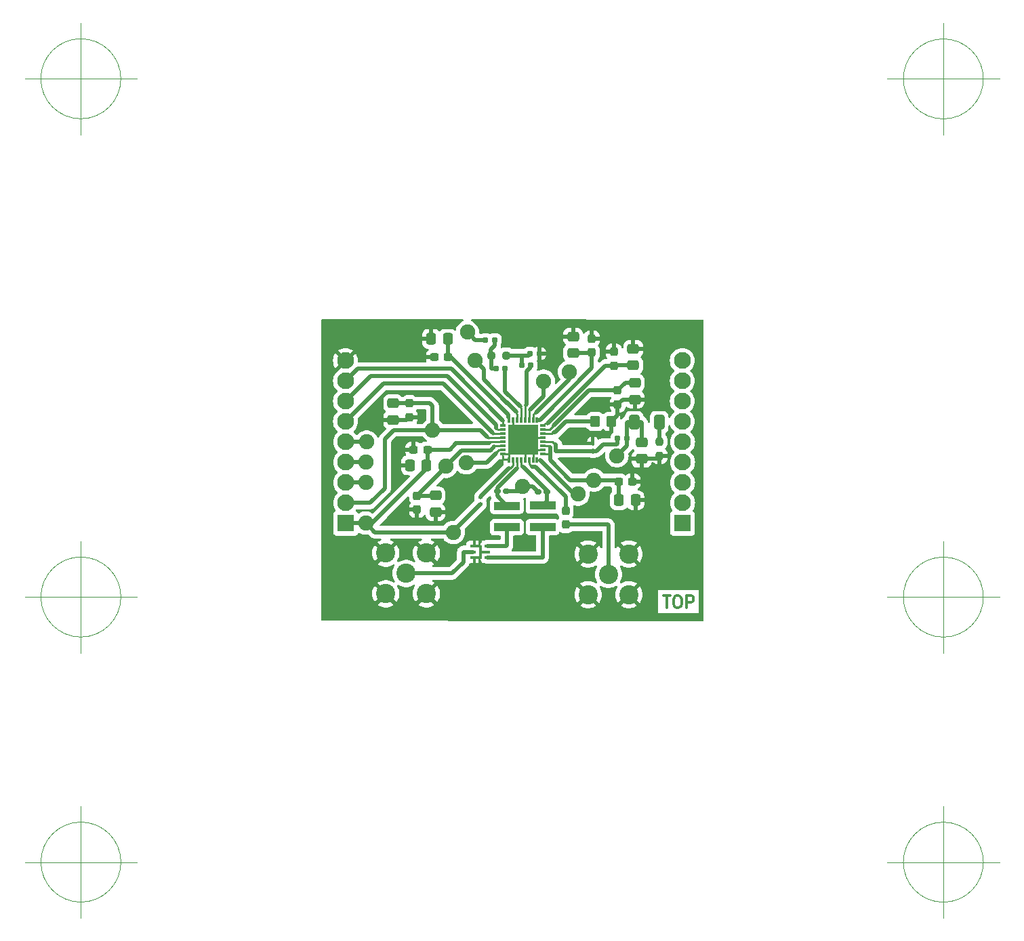
<source format=gtl>
G04 #@! TF.GenerationSoftware,KiCad,Pcbnew,8.0.0-rc1-6-gb7460f29b4*
G04 #@! TF.CreationDate,2025-03-10T21:44:44+01:00*
G04 #@! TF.ProjectId,LO_daughter,4c4f5f64-6175-4676-9874-65722e6b6963,rev?*
G04 #@! TF.SameCoordinates,Original*
G04 #@! TF.FileFunction,Copper,L1,Top*
G04 #@! TF.FilePolarity,Positive*
%FSLAX46Y46*%
G04 Gerber Fmt 4.6, Leading zero omitted, Abs format (unit mm)*
G04 Created by KiCad (PCBNEW 8.0.0-rc1-6-gb7460f29b4) date 2025-03-10 21:44:44*
%MOMM*%
%LPD*%
G01*
G04 APERTURE LIST*
G04 Aperture macros list*
%AMRoundRect*
0 Rectangle with rounded corners*
0 $1 Rounding radius*
0 $2 $3 $4 $5 $6 $7 $8 $9 X,Y pos of 4 corners*
0 Add a 4 corners polygon primitive as box body*
4,1,4,$2,$3,$4,$5,$6,$7,$8,$9,$2,$3,0*
0 Add four circle primitives for the rounded corners*
1,1,$1+$1,$2,$3*
1,1,$1+$1,$4,$5*
1,1,$1+$1,$6,$7*
1,1,$1+$1,$8,$9*
0 Add four rect primitives between the rounded corners*
20,1,$1+$1,$2,$3,$4,$5,0*
20,1,$1+$1,$4,$5,$6,$7,0*
20,1,$1+$1,$6,$7,$8,$9,0*
20,1,$1+$1,$8,$9,$2,$3,0*%
G04 Aperture macros list end*
%ADD10C,0.300000*%
G04 #@! TA.AperFunction,NonConductor*
%ADD11C,0.300000*%
G04 #@! TD*
G04 #@! TA.AperFunction,EtchedComponent*
%ADD12C,0.100000*%
G04 #@! TD*
G04 #@! TA.AperFunction,SMDPad,CuDef*
%ADD13RoundRect,0.237500X-0.237500X0.250000X-0.237500X-0.250000X0.237500X-0.250000X0.237500X0.250000X0*%
G04 #@! TD*
G04 #@! TA.AperFunction,SMDPad,CuDef*
%ADD14R,1.065000X0.360000*%
G04 #@! TD*
G04 #@! TA.AperFunction,SMDPad,CuDef*
%ADD15R,0.710000X0.360000*%
G04 #@! TD*
G04 #@! TA.AperFunction,SMDPad,CuDef*
%ADD16R,0.410000X1.780000*%
G04 #@! TD*
G04 #@! TA.AperFunction,SMDPad,CuDef*
%ADD17RoundRect,0.237500X-0.237500X0.300000X-0.237500X-0.300000X0.237500X-0.300000X0.237500X0.300000X0*%
G04 #@! TD*
G04 #@! TA.AperFunction,SMDPad,CuDef*
%ADD18R,3.180000X1.040000*%
G04 #@! TD*
G04 #@! TA.AperFunction,SMDPad,CuDef*
%ADD19RoundRect,0.250000X0.337500X0.475000X-0.337500X0.475000X-0.337500X-0.475000X0.337500X-0.475000X0*%
G04 #@! TD*
G04 #@! TA.AperFunction,SMDPad,CuDef*
%ADD20RoundRect,0.100000X0.100000X-0.217500X0.100000X0.217500X-0.100000X0.217500X-0.100000X-0.217500X0*%
G04 #@! TD*
G04 #@! TA.AperFunction,SMDPad,CuDef*
%ADD21RoundRect,0.250000X-0.337500X-0.475000X0.337500X-0.475000X0.337500X0.475000X-0.337500X0.475000X0*%
G04 #@! TD*
G04 #@! TA.AperFunction,ComponentPad*
%ADD22C,2.400000*%
G04 #@! TD*
G04 #@! TA.AperFunction,SMDPad,CuDef*
%ADD23RoundRect,0.160000X0.222500X0.160000X-0.222500X0.160000X-0.222500X-0.160000X0.222500X-0.160000X0*%
G04 #@! TD*
G04 #@! TA.AperFunction,SMDPad,CuDef*
%ADD24RoundRect,0.250000X-0.475000X0.337500X-0.475000X-0.337500X0.475000X-0.337500X0.475000X0.337500X0*%
G04 #@! TD*
G04 #@! TA.AperFunction,SMDPad,CuDef*
%ADD25RoundRect,0.237500X-0.300000X-0.237500X0.300000X-0.237500X0.300000X0.237500X-0.300000X0.237500X0*%
G04 #@! TD*
G04 #@! TA.AperFunction,SMDPad,CuDef*
%ADD26RoundRect,0.237500X-0.250000X-0.237500X0.250000X-0.237500X0.250000X0.237500X-0.250000X0.237500X0*%
G04 #@! TD*
G04 #@! TA.AperFunction,SMDPad,CuDef*
%ADD27R,0.500000X0.400000*%
G04 #@! TD*
G04 #@! TA.AperFunction,SMDPad,CuDef*
%ADD28RoundRect,0.250000X-0.412500X-0.650000X0.412500X-0.650000X0.412500X0.650000X-0.412500X0.650000X0*%
G04 #@! TD*
G04 #@! TA.AperFunction,SMDPad,CuDef*
%ADD29RoundRect,0.160000X-0.222500X-0.160000X0.222500X-0.160000X0.222500X0.160000X-0.222500X0.160000X0*%
G04 #@! TD*
G04 #@! TA.AperFunction,SMDPad,CuDef*
%ADD30RoundRect,0.160000X0.197500X0.160000X-0.197500X0.160000X-0.197500X-0.160000X0.197500X-0.160000X0*%
G04 #@! TD*
G04 #@! TA.AperFunction,SMDPad,CuDef*
%ADD31RoundRect,0.237500X0.300000X0.237500X-0.300000X0.237500X-0.300000X-0.237500X0.300000X-0.237500X0*%
G04 #@! TD*
G04 #@! TA.AperFunction,ComponentPad*
%ADD32R,2.100000X2.100000*%
G04 #@! TD*
G04 #@! TA.AperFunction,ComponentPad*
%ADD33C,2.100000*%
G04 #@! TD*
G04 #@! TA.AperFunction,SMDPad,CuDef*
%ADD34RoundRect,0.155000X-0.212500X-0.155000X0.212500X-0.155000X0.212500X0.155000X-0.212500X0.155000X0*%
G04 #@! TD*
G04 #@! TA.AperFunction,SMDPad,CuDef*
%ADD35RoundRect,0.155000X0.212500X0.155000X-0.212500X0.155000X-0.212500X-0.155000X0.212500X-0.155000X0*%
G04 #@! TD*
G04 #@! TA.AperFunction,SMDPad,CuDef*
%ADD36R,0.800000X0.300000*%
G04 #@! TD*
G04 #@! TA.AperFunction,SMDPad,CuDef*
%ADD37R,0.300000X0.800000*%
G04 #@! TD*
G04 #@! TA.AperFunction,SMDPad,CuDef*
%ADD38R,3.750000X3.750000*%
G04 #@! TD*
G04 #@! TA.AperFunction,SMDPad,CuDef*
%ADD39RoundRect,0.250000X0.475000X-0.337500X0.475000X0.337500X-0.475000X0.337500X-0.475000X-0.337500X0*%
G04 #@! TD*
G04 #@! TA.AperFunction,SMDPad,CuDef*
%ADD40RoundRect,0.250000X0.350000X0.450000X-0.350000X0.450000X-0.350000X-0.450000X0.350000X-0.450000X0*%
G04 #@! TD*
G04 #@! TA.AperFunction,SMDPad,CuDef*
%ADD41RoundRect,0.237500X0.237500X-0.300000X0.237500X0.300000X-0.237500X0.300000X-0.237500X-0.300000X0*%
G04 #@! TD*
G04 #@! TA.AperFunction,ViaPad*
%ADD42C,1.900000*%
G04 #@! TD*
G04 #@! TA.AperFunction,ViaPad*
%ADD43C,0.800000*%
G04 #@! TD*
G04 #@! TA.AperFunction,Conductor*
%ADD44C,0.250000*%
G04 #@! TD*
G04 #@! TA.AperFunction,Conductor*
%ADD45C,0.541000*%
G04 #@! TD*
G04 #@! TA.AperFunction,Conductor*
%ADD46C,1.072000*%
G04 #@! TD*
G04 APERTURE END LIST*
D10*
D11*
X172505714Y-114668328D02*
X173362857Y-114668328D01*
X172934285Y-116168328D02*
X172934285Y-114668328D01*
X174148571Y-114668328D02*
X174434285Y-114668328D01*
X174434285Y-114668328D02*
X174577142Y-114739757D01*
X174577142Y-114739757D02*
X174719999Y-114882614D01*
X174719999Y-114882614D02*
X174791428Y-115168328D01*
X174791428Y-115168328D02*
X174791428Y-115668328D01*
X174791428Y-115668328D02*
X174719999Y-115954042D01*
X174719999Y-115954042D02*
X174577142Y-116096900D01*
X174577142Y-116096900D02*
X174434285Y-116168328D01*
X174434285Y-116168328D02*
X174148571Y-116168328D01*
X174148571Y-116168328D02*
X174005714Y-116096900D01*
X174005714Y-116096900D02*
X173862856Y-115954042D01*
X173862856Y-115954042D02*
X173791428Y-115668328D01*
X173791428Y-115668328D02*
X173791428Y-115168328D01*
X173791428Y-115168328D02*
X173862856Y-114882614D01*
X173862856Y-114882614D02*
X174005714Y-114739757D01*
X174005714Y-114739757D02*
X174148571Y-114668328D01*
X175434285Y-116168328D02*
X175434285Y-114668328D01*
X175434285Y-114668328D02*
X176005714Y-114668328D01*
X176005714Y-114668328D02*
X176148571Y-114739757D01*
X176148571Y-114739757D02*
X176220000Y-114811185D01*
X176220000Y-114811185D02*
X176291428Y-114954042D01*
X176291428Y-114954042D02*
X176291428Y-115168328D01*
X176291428Y-115168328D02*
X176220000Y-115311185D01*
X176220000Y-115311185D02*
X176148571Y-115382614D01*
X176148571Y-115382614D02*
X176005714Y-115454042D01*
X176005714Y-115454042D02*
X175434285Y-115454042D01*
D12*
X99750000Y-140960000D02*
X99750000Y-154960000D01*
X106750000Y-147960000D02*
X92750000Y-147960000D01*
X104750000Y-147960000D02*
G75*
G02*
X94750000Y-147960000I-5000000J0D01*
G01*
X94750000Y-147960000D02*
G75*
G02*
X104750000Y-147960000I5000000J0D01*
G01*
X207500000Y-107840000D02*
X207500000Y-121840000D01*
X214500000Y-114840000D02*
X200500000Y-114840000D01*
X212500000Y-114840000D02*
G75*
G02*
X202500000Y-114840000I-5000000J0D01*
G01*
X202500000Y-114840000D02*
G75*
G02*
X212500000Y-114840000I5000000J0D01*
G01*
X99740000Y-43060000D02*
X99740000Y-57060000D01*
X106740000Y-50060000D02*
X92740000Y-50060000D01*
X104740000Y-50060000D02*
G75*
G02*
X94740000Y-50060000I-5000000J0D01*
G01*
X94740000Y-50060000D02*
G75*
G02*
X104740000Y-50060000I5000000J0D01*
G01*
X99750000Y-107830000D02*
X99750000Y-121830000D01*
X106750000Y-114830000D02*
X92750000Y-114830000D01*
X104750000Y-114830000D02*
G75*
G02*
X94750000Y-114830000I-5000000J0D01*
G01*
X94750000Y-114830000D02*
G75*
G02*
X104750000Y-114830000I5000000J0D01*
G01*
X207500000Y-140970000D02*
X207500000Y-154970000D01*
X214500000Y-147970000D02*
X200500000Y-147970000D01*
X212500000Y-147970000D02*
G75*
G02*
X202500000Y-147970000I-5000000J0D01*
G01*
X202500000Y-147970000D02*
G75*
G02*
X212500000Y-147970000I5000000J0D01*
G01*
X207500000Y-43080000D02*
X207500000Y-57080000D01*
X214500000Y-50080000D02*
X200500000Y-50080000D01*
X212500000Y-50080000D02*
G75*
G02*
X202500000Y-50080000I-5000000J0D01*
G01*
X202500000Y-50080000D02*
G75*
G02*
X212500000Y-50080000I5000000J0D01*
G01*
D13*
X172030000Y-95387500D03*
X172030000Y-97212500D03*
D14*
X148903000Y-109900000D03*
D15*
X148725000Y-109190000D03*
D14*
X148903000Y-108480000D03*
D15*
X150555000Y-108480000D03*
D14*
X150377000Y-109190000D03*
D15*
X150555000Y-109900000D03*
D16*
X149640000Y-109190000D03*
D17*
X140797500Y-90620000D03*
X140797500Y-92345000D03*
D18*
X157420000Y-103410000D03*
X157420000Y-106090000D03*
D19*
X142935000Y-98377500D03*
X140860000Y-98377500D03*
D20*
X163710000Y-96625000D03*
X163710000Y-95610000D03*
D21*
X143492500Y-82560000D03*
X145567500Y-82560000D03*
D18*
X152960000Y-103430000D03*
X152960000Y-106110000D03*
D21*
X166952500Y-102740000D03*
X169027500Y-102740000D03*
D22*
X165670000Y-111990000D03*
X163130000Y-109450000D03*
X163130000Y-114530000D03*
X168210000Y-114530000D03*
X168210000Y-109450000D03*
D23*
X152902500Y-101640000D03*
X151757500Y-101640000D03*
D24*
X144050000Y-102142500D03*
X144050000Y-104217500D03*
D25*
X143907500Y-84870000D03*
X145632500Y-84870000D03*
D26*
X151057500Y-84630000D03*
X152882500Y-84630000D03*
D24*
X138757500Y-90615000D03*
X138757500Y-92690000D03*
D17*
X141740000Y-102175000D03*
X141740000Y-103900000D03*
D27*
X149660000Y-103190000D03*
X149660000Y-102390000D03*
D28*
X168867500Y-92980000D03*
X171992500Y-92980000D03*
D29*
X156827500Y-101670000D03*
X157972500Y-101670000D03*
D30*
X167997500Y-94990000D03*
X166802500Y-94990000D03*
D31*
X143030000Y-96417500D03*
X141305000Y-96417500D03*
D17*
X166810000Y-89017500D03*
X166810000Y-90742500D03*
D24*
X161240000Y-82272500D03*
X161240000Y-84347500D03*
D17*
X160320000Y-104057500D03*
X160320000Y-105782500D03*
D32*
X174910000Y-105607500D03*
D33*
X174910000Y-103067500D03*
X174910000Y-100527500D03*
X174910000Y-97987500D03*
X174910000Y-95447500D03*
X174885000Y-92907500D03*
X174885000Y-90367500D03*
X174885000Y-87827500D03*
X174885000Y-85282500D03*
D25*
X166907500Y-100410000D03*
X168632500Y-100410000D03*
D34*
X150302500Y-82710000D03*
X151437500Y-82710000D03*
D35*
X156997500Y-84420000D03*
X155862500Y-84420000D03*
D36*
X152490000Y-93430000D03*
X152490000Y-93930000D03*
X152490000Y-94430000D03*
X152490000Y-94930000D03*
X152490000Y-95430000D03*
X152490000Y-95930000D03*
X152490000Y-96430000D03*
X152490000Y-96930000D03*
D37*
X153240000Y-97680000D03*
X153740000Y-97680000D03*
X154240000Y-97680000D03*
X154740000Y-97680000D03*
X155240000Y-97680000D03*
X155740000Y-97680000D03*
X156240000Y-97680000D03*
X156740000Y-97680000D03*
D36*
X157490000Y-96930000D03*
X157490000Y-96430000D03*
X157490000Y-95930000D03*
X157490000Y-95430000D03*
X157490000Y-94930000D03*
X157490000Y-94430000D03*
X157490000Y-93930000D03*
X157490000Y-93430000D03*
D37*
X156740000Y-92680000D03*
X156240000Y-92680000D03*
X155740000Y-92680000D03*
X155240000Y-92680000D03*
X154740000Y-92680000D03*
X154240000Y-92680000D03*
X153740000Y-92680000D03*
X153240000Y-92680000D03*
D38*
X154990000Y-95180000D03*
D34*
X154802500Y-85850000D03*
X155937500Y-85850000D03*
D39*
X168760000Y-85877500D03*
X168760000Y-83802500D03*
D17*
X163570000Y-82557500D03*
X163570000Y-84282500D03*
D24*
X169800000Y-95502500D03*
X169800000Y-97577500D03*
D22*
X140380000Y-111880000D03*
X137840000Y-109340000D03*
X137840000Y-114420000D03*
X142920000Y-114420000D03*
X142920000Y-109340000D03*
D24*
X168950000Y-88062500D03*
X168950000Y-90137500D03*
D40*
X166000000Y-92890000D03*
X164000000Y-92890000D03*
D32*
X132830000Y-105607500D03*
D33*
X132830000Y-103067500D03*
X132830000Y-100527500D03*
X132830000Y-97987500D03*
X132830000Y-95447500D03*
X132805000Y-92907500D03*
X132805000Y-90367500D03*
X132805000Y-87827500D03*
X132805000Y-85282500D03*
D41*
X166332500Y-85912500D03*
X166332500Y-84187500D03*
D34*
X151612500Y-86280000D03*
X152747500Y-86280000D03*
D42*
X143690000Y-93970000D03*
X157530000Y-87850000D03*
D43*
X155210000Y-107390000D03*
X159830000Y-109470000D03*
X136910000Y-93750000D03*
X163080000Y-111980000D03*
X137640000Y-111860000D03*
X156250000Y-93970000D03*
X150040000Y-111340000D03*
X153850000Y-111410000D03*
X165650000Y-104460000D03*
X140440000Y-114530000D03*
X165670000Y-114490000D03*
X155780000Y-111390000D03*
X148630000Y-107150000D03*
X164350000Y-107340000D03*
X150350000Y-107170000D03*
X168000000Y-112050000D03*
X146260000Y-108840000D03*
X151910000Y-111370000D03*
X157940000Y-111360000D03*
X154940000Y-94450000D03*
X148260000Y-111830000D03*
X146380000Y-103520000D03*
X145470000Y-91460000D03*
X161240000Y-108060000D03*
X140470000Y-109440000D03*
X139130000Y-97730000D03*
X167000000Y-105500000D03*
X166950000Y-107310000D03*
X164070000Y-104430000D03*
X136860000Y-91690000D03*
X153740000Y-93898000D03*
X145100000Y-110610000D03*
X146980000Y-113200000D03*
X145010000Y-113270000D03*
X162750000Y-107170000D03*
D42*
X160800000Y-86680000D03*
X135330000Y-105590000D03*
X146280000Y-106760000D03*
X161860000Y-101980000D03*
X154940000Y-101030000D03*
X135390000Y-100530000D03*
X163850000Y-100220000D03*
X145355000Y-98505000D03*
X148030000Y-81730000D03*
X135450000Y-95450000D03*
X166721321Y-97174907D03*
X147880000Y-98060000D03*
X135330000Y-97970000D03*
X148980000Y-85230000D03*
D44*
X150703604Y-94930000D02*
X150653604Y-94980000D01*
D45*
X149660000Y-93970000D02*
X150558918Y-94868918D01*
X157530000Y-87850000D02*
X157530000Y-89729802D01*
X137740000Y-101240000D02*
X137740000Y-95070000D01*
X132830000Y-103067500D02*
X135912500Y-103067500D01*
X157530000Y-89729802D02*
X155842884Y-91416918D01*
X138840000Y-93970000D02*
X143690000Y-93970000D01*
X140792500Y-90615000D02*
X140797500Y-90620000D01*
X135912500Y-103067500D02*
X137740000Y-101240000D01*
D44*
X152490000Y-94930000D02*
X150703604Y-94930000D01*
D45*
X143690000Y-90960000D02*
X143690000Y-93970000D01*
X140797500Y-90620000D02*
X143350000Y-90620000D01*
X138757500Y-90615000D02*
X140792500Y-90615000D01*
X137740000Y-95070000D02*
X138840000Y-93970000D01*
X143690000Y-93970000D02*
X149660000Y-93970000D01*
D44*
X155740000Y-92680000D02*
X155740000Y-91314034D01*
D45*
X143350000Y-90620000D02*
X143690000Y-90960000D01*
D44*
X152490000Y-94930000D02*
X152480000Y-94940000D01*
D45*
X138757500Y-92690000D02*
X140452500Y-92690000D01*
D44*
X153240000Y-96930000D02*
X154990000Y-95180000D01*
X152490000Y-96930000D02*
X153240000Y-96930000D01*
D45*
X171665000Y-97577500D02*
X172030000Y-97212500D01*
D44*
X153740000Y-92680000D02*
X153740000Y-93898000D01*
D45*
X167415000Y-90137500D02*
X166810000Y-90742500D01*
X140452500Y-92690000D02*
X140797500Y-92345000D01*
D44*
X157490000Y-96430000D02*
X156240000Y-96430000D01*
X163652500Y-95610000D02*
X163762500Y-95720000D01*
X156240000Y-97680000D02*
X156240000Y-96430000D01*
X166000000Y-93040000D02*
X166000000Y-92890000D01*
D45*
X166810000Y-92080000D02*
X166000000Y-92890000D01*
X169800000Y-97577500D02*
X171665000Y-97577500D01*
X168950000Y-90137500D02*
X167415000Y-90137500D01*
X166810000Y-90742500D02*
X166810000Y-92080000D01*
D44*
X157490000Y-94930000D02*
X155240000Y-94930000D01*
X153240000Y-97680000D02*
X153240000Y-96930000D01*
X155240000Y-97680000D02*
X155240000Y-96703500D01*
D45*
X160800000Y-87660000D02*
X156650500Y-91809500D01*
X143030000Y-96417500D02*
X143030000Y-98282500D01*
D44*
X152490000Y-95430000D02*
X150840000Y-95430000D01*
D45*
X146280000Y-106760000D02*
X146250000Y-106730000D01*
X143030000Y-96417500D02*
X145822500Y-96417500D01*
X160800000Y-86680000D02*
X160800000Y-87660000D01*
X145822500Y-96417500D02*
X146580000Y-95660000D01*
D44*
X157100000Y-97680000D02*
X156740000Y-97680000D01*
D45*
X157130000Y-97710000D02*
X157130000Y-97740000D01*
X157130000Y-97740000D02*
X161370000Y-101980000D01*
D46*
X154940000Y-101030000D02*
X154940000Y-101320000D01*
D44*
X157130000Y-97710000D02*
X157100000Y-97680000D01*
D45*
X161370000Y-101980000D02*
X161860000Y-101980000D01*
X154940000Y-101030000D02*
X156187500Y-101030000D01*
X136150000Y-105590000D02*
X142935000Y-98805000D01*
X135312500Y-105607500D02*
X135330000Y-105590000D01*
X146280000Y-106570000D02*
X149660000Y-103190000D01*
X156187500Y-101030000D02*
X156827500Y-101670000D01*
X152902500Y-101640000D02*
X154330000Y-101640000D01*
X146280000Y-106760000D02*
X146280000Y-106570000D01*
X135330000Y-105590000D02*
X136150000Y-105590000D01*
X146250000Y-106730000D02*
X136470000Y-106730000D01*
X132830000Y-105607500D02*
X135312500Y-105607500D01*
D44*
X156240000Y-92030000D02*
X156240000Y-92680000D01*
X156550000Y-91720000D02*
X156240000Y-92030000D01*
D45*
X154330000Y-101640000D02*
X154940000Y-101030000D01*
X146519918Y-95609918D02*
X150763556Y-95609918D01*
X146580000Y-95660000D02*
X146580000Y-95590000D01*
X142935000Y-98805000D02*
X142935000Y-98377500D01*
X136470000Y-106730000D02*
X135330000Y-105590000D01*
X145355000Y-98505000D02*
X147340000Y-96520000D01*
X147340000Y-96520000D02*
X150901406Y-96520000D01*
X145355000Y-98560000D02*
X141740000Y-102175000D01*
X150901406Y-96520000D02*
X151388522Y-96032884D01*
X132830000Y-100527500D02*
X135387500Y-100527500D01*
X135387500Y-100527500D02*
X135390000Y-100530000D01*
X163850000Y-100220000D02*
X160870000Y-100220000D01*
X145355000Y-98505000D02*
X145355000Y-98560000D01*
X163850000Y-100220000D02*
X166717500Y-100220000D01*
D44*
X158370000Y-96110000D02*
X158190000Y-95930000D01*
D45*
X158370000Y-97720000D02*
X158370000Y-96130000D01*
D44*
X151285638Y-95930000D02*
X152490000Y-95930000D01*
D45*
X141740000Y-102175000D02*
X142845000Y-102175000D01*
X166907500Y-102695000D02*
X166952500Y-102740000D01*
D44*
X158190000Y-95930000D02*
X157490000Y-95930000D01*
D45*
X160870000Y-100220000D02*
X158370000Y-97720000D01*
X166717500Y-100220000D02*
X166907500Y-100410000D01*
X166907500Y-100410000D02*
X166907500Y-102695000D01*
X142845000Y-102175000D02*
X143677500Y-102175000D01*
D44*
X157490000Y-96930000D02*
X158306000Y-96930000D01*
D45*
X148030000Y-81730000D02*
X149010000Y-82710000D01*
X132830000Y-95447500D02*
X135447500Y-95447500D01*
X149010000Y-82710000D02*
X150302500Y-82710000D01*
X135447500Y-95447500D02*
X135450000Y-95450000D01*
X151437500Y-83432500D02*
X150980000Y-83890000D01*
X150980000Y-84552500D02*
X151057500Y-84630000D01*
X151080000Y-86300000D02*
X151057500Y-86277500D01*
X151100000Y-86280000D02*
X151080000Y-86300000D01*
X151612500Y-86280000D02*
X151100000Y-86280000D01*
X151057500Y-86277500D02*
X151057500Y-84630000D01*
X150980000Y-83890000D02*
X150980000Y-84552500D01*
X151437500Y-82710000D02*
X151437500Y-83432500D01*
X154800000Y-84630000D02*
X154800000Y-85847500D01*
X155652500Y-84630000D02*
X155862500Y-84420000D01*
X154800000Y-84630000D02*
X155652500Y-84630000D01*
X154800000Y-85847500D02*
X154802500Y-85850000D01*
X152882500Y-84630000D02*
X154800000Y-84630000D01*
D44*
X154660000Y-91100000D02*
X154740000Y-91180000D01*
D45*
X152747500Y-89143000D02*
X154644500Y-91040000D01*
D44*
X154740000Y-91180000D02*
X154740000Y-92680000D01*
D45*
X152747500Y-86280000D02*
X152747500Y-89143000D01*
D44*
X155340000Y-90750000D02*
X155240000Y-90850000D01*
D45*
X155430000Y-86640000D02*
X155430000Y-89640000D01*
D44*
X155240000Y-90850000D02*
X155240000Y-92680000D01*
D45*
X155430000Y-90781870D02*
X155365935Y-90845935D01*
X155937500Y-85850000D02*
X155937500Y-86132500D01*
X155937500Y-86132500D02*
X155430000Y-86640000D01*
X155430000Y-89370000D02*
X155430000Y-90781870D01*
X145632500Y-84870000D02*
X145940000Y-84870000D01*
X145940000Y-84870000D02*
X153119500Y-92049500D01*
X145567500Y-82560000D02*
X145567500Y-84805000D01*
X153119500Y-92049500D02*
X153119500Y-92381568D01*
X145567500Y-84805000D02*
X145632500Y-84870000D01*
X167765000Y-88062500D02*
X166810000Y-89017500D01*
X168950000Y-88062500D02*
X167765000Y-88062500D01*
D44*
X158290000Y-93930000D02*
X158810000Y-93410000D01*
D45*
X163202500Y-89017500D02*
X158810000Y-93410000D01*
X166810000Y-89017500D02*
X163202500Y-89017500D01*
X158810000Y-93410000D02*
X158800000Y-93410000D01*
D44*
X157490000Y-93930000D02*
X158290000Y-93930000D01*
D45*
X163570000Y-84282500D02*
X163570000Y-86230000D01*
X163570000Y-86230000D02*
X157120000Y-92680000D01*
X163505000Y-84347500D02*
X163570000Y-84282500D01*
X157120000Y-92680000D02*
X156860500Y-92680000D01*
X161240000Y-84347500D02*
X163505000Y-84347500D01*
X166721321Y-97174907D02*
X167997500Y-95898728D01*
X168867500Y-92980000D02*
X169700000Y-92980000D01*
X168030000Y-92980000D02*
X167997500Y-93012500D01*
X169710000Y-92970000D02*
X169800000Y-93060000D01*
D44*
X151950000Y-96430000D02*
X151630000Y-96750000D01*
D45*
X150409338Y-98060000D02*
X151609669Y-96859669D01*
X167997500Y-95898728D02*
X167997500Y-94990000D01*
D44*
X152490000Y-96430000D02*
X151950000Y-96430000D01*
D45*
X168867500Y-92980000D02*
X168030000Y-92980000D01*
X147880000Y-98060000D02*
X150409338Y-98060000D01*
X169800000Y-93060000D02*
X169800000Y-95502500D01*
X169700000Y-92980000D02*
X169710000Y-92970000D01*
X167997500Y-93012500D02*
X167997500Y-94990000D01*
D44*
X155765000Y-98255000D02*
X156000560Y-98490560D01*
D45*
X156549380Y-98550500D02*
X156120560Y-98550500D01*
D44*
X155740000Y-97680000D02*
X155765000Y-97705000D01*
X155765000Y-97705000D02*
X155765000Y-98255000D01*
D45*
X160320000Y-102321120D02*
X156549380Y-98550500D01*
X160320000Y-104057500D02*
X160320000Y-102321120D01*
X165670000Y-105850000D02*
X165670000Y-111990000D01*
X165602500Y-105782500D02*
X165670000Y-105850000D01*
X160320000Y-105782500D02*
X165602500Y-105782500D01*
X171992500Y-95350000D02*
X172030000Y-95387500D01*
X171992500Y-92980000D02*
X171992500Y-95350000D01*
D44*
X157490000Y-93430000D02*
X157820000Y-93100000D01*
D45*
X168760000Y-85877500D02*
X166367500Y-85877500D01*
D44*
X157820000Y-93100000D02*
X158050000Y-93100000D01*
D45*
X166332500Y-85912500D02*
X165237500Y-85912500D01*
X166367500Y-85877500D02*
X166332500Y-85912500D01*
X165237500Y-85912500D02*
X158050000Y-93100000D01*
X163710000Y-96625000D02*
X159111000Y-96625000D01*
X159111000Y-96625000D02*
X159111000Y-95821000D01*
X166705000Y-95755000D02*
X166802500Y-95657500D01*
D44*
X166762500Y-94950000D02*
X166802500Y-94990000D01*
D45*
X166802500Y-95657500D02*
X166802500Y-94990000D01*
X164985000Y-95755000D02*
X166705000Y-95755000D01*
D44*
X158610000Y-95430000D02*
X157490000Y-95430000D01*
D45*
X164115000Y-96625000D02*
X164985000Y-95755000D01*
X159111000Y-95821000D02*
X159045000Y-95755000D01*
D44*
X158870000Y-95690000D02*
X158610000Y-95430000D01*
D45*
X163710000Y-96625000D02*
X164115000Y-96625000D01*
X151757500Y-101212500D02*
X154215000Y-98755000D01*
D44*
X154220000Y-97680000D02*
X154215000Y-97685000D01*
X154240000Y-97680000D02*
X154220000Y-97680000D01*
D45*
X151757500Y-102227500D02*
X152960000Y-103430000D01*
X151757500Y-101640000D02*
X151757500Y-102227500D01*
X151757500Y-101640000D02*
X151757500Y-101212500D01*
D44*
X154215000Y-97685000D02*
X154215000Y-98755000D01*
D45*
X152890000Y-108480000D02*
X150555000Y-108480000D01*
X152960000Y-108410000D02*
X152890000Y-108480000D01*
X152960000Y-106110000D02*
X152960000Y-108410000D01*
X155021662Y-98590000D02*
X154960000Y-98590000D01*
X157972500Y-101670000D02*
X157972500Y-101540838D01*
D44*
X154740000Y-97680000D02*
X154740000Y-98370000D01*
D45*
X157972500Y-101540838D02*
X155021662Y-98590000D01*
X157972500Y-102857500D02*
X157420000Y-103410000D01*
X157972500Y-101670000D02*
X157972500Y-102857500D01*
D44*
X154960000Y-98590000D02*
X155510000Y-99140000D01*
X154740000Y-98370000D02*
X154960000Y-98590000D01*
D45*
X157420000Y-109880000D02*
X157390000Y-109910000D01*
X157390000Y-109900000D02*
X150555000Y-109900000D01*
X157420000Y-106090000D02*
X157420000Y-109880000D01*
D44*
X153740000Y-98380000D02*
X153740000Y-97680000D01*
D45*
X153200000Y-98722068D02*
X149660000Y-102262068D01*
X149660000Y-102262068D02*
X149660000Y-102390000D01*
X153200000Y-98700000D02*
X153200000Y-98722068D01*
D44*
X153420000Y-98700000D02*
X153740000Y-98380000D01*
D45*
X135312500Y-97987500D02*
X135330000Y-97970000D01*
D44*
X154035000Y-91775000D02*
X154240000Y-91980000D01*
D45*
X153100000Y-90660000D02*
X150110000Y-87670000D01*
X154130000Y-91680000D02*
X152910000Y-90460000D01*
D44*
X154240000Y-91980000D02*
X154240000Y-92680000D01*
D45*
X150110000Y-87670000D02*
X150110000Y-86360000D01*
X132830000Y-97987500D02*
X135312500Y-97987500D01*
X150110000Y-86360000D02*
X148980000Y-85230000D01*
D44*
X151190000Y-94430000D02*
X151170000Y-94450000D01*
D45*
X137650000Y-88180000D02*
X145010000Y-88180000D01*
X132805000Y-92907500D02*
X137532500Y-88180000D01*
X145010000Y-88180000D02*
X151164500Y-94334500D01*
D44*
X152490000Y-94430000D02*
X151190000Y-94430000D01*
D45*
X137532500Y-88180000D02*
X137650000Y-88180000D01*
X145560000Y-87230000D02*
X151619500Y-93289500D01*
X132805000Y-90367500D02*
X135942500Y-87230000D01*
D44*
X152490000Y-93930000D02*
X151790000Y-93930000D01*
D45*
X135942500Y-87230000D02*
X145560000Y-87230000D01*
D44*
X151790000Y-93930000D02*
X151765000Y-93905000D01*
D45*
X151619500Y-93289500D02*
X151619500Y-93715000D01*
X145990000Y-86300000D02*
X152490000Y-92800000D01*
D44*
X152490000Y-92800000D02*
X152490000Y-93430000D01*
D45*
X132805000Y-87827500D02*
X134332500Y-86300000D01*
X134332500Y-86300000D02*
X145990000Y-86300000D01*
D44*
X158520000Y-94430000D02*
X157490000Y-94430000D01*
D45*
X159007932Y-94260000D02*
X158820000Y-94260000D01*
X164000000Y-92890000D02*
X160377932Y-92890000D01*
D44*
X158770000Y-94180000D02*
X158520000Y-94430000D01*
D45*
X160377932Y-92890000D02*
X159007932Y-94260000D01*
X147520000Y-110480000D02*
X147520000Y-109250000D01*
X140380000Y-111880000D02*
X146120000Y-111880000D01*
X146120000Y-111880000D02*
X147520000Y-110480000D01*
X147580000Y-109190000D02*
X148725000Y-109190000D01*
X147520000Y-109250000D02*
X147580000Y-109190000D01*
G04 #@! TA.AperFunction,Conductor*
G36*
X147469666Y-80121119D02*
G01*
X147537773Y-80141164D01*
X147584232Y-80194849D01*
X147594292Y-80265129D01*
X147564759Y-80329691D01*
X147510499Y-80366292D01*
X147442119Y-80389767D01*
X147229542Y-80504807D01*
X147229541Y-80504808D01*
X147038792Y-80653274D01*
X146875095Y-80831097D01*
X146742889Y-81033454D01*
X146645798Y-81254799D01*
X146645796Y-81254803D01*
X146599542Y-81437457D01*
X146563429Y-81498582D01*
X146500002Y-81530481D01*
X146429398Y-81523024D01*
X146388303Y-81495620D01*
X146378658Y-81485975D01*
X146378652Y-81485970D01*
X146339239Y-81461660D01*
X146227738Y-81392885D01*
X146143582Y-81364999D01*
X146059427Y-81337113D01*
X146059420Y-81337112D01*
X145955553Y-81326500D01*
X145179455Y-81326500D01*
X145075574Y-81337112D01*
X144907261Y-81392885D01*
X144756347Y-81485970D01*
X144756341Y-81485975D01*
X144630971Y-81611345D01*
X144628511Y-81614457D01*
X144626281Y-81616035D01*
X144625780Y-81616537D01*
X144625694Y-81616451D01*
X144570568Y-81655483D01*
X144499643Y-81658671D01*
X144438254Y-81623008D01*
X144430837Y-81614446D01*
X144428632Y-81611657D01*
X144303345Y-81486370D01*
X144303339Y-81486365D01*
X144152525Y-81393342D01*
X143984321Y-81337606D01*
X143984318Y-81337605D01*
X143880516Y-81327000D01*
X143746500Y-81327000D01*
X143746500Y-82688000D01*
X143726498Y-82756121D01*
X143672842Y-82802614D01*
X143620500Y-82814000D01*
X142397000Y-82814000D01*
X142397000Y-83085516D01*
X142407605Y-83189318D01*
X142407606Y-83189321D01*
X142463342Y-83357525D01*
X142556365Y-83508339D01*
X142556370Y-83508345D01*
X142681654Y-83633629D01*
X142681660Y-83633634D01*
X142832474Y-83726657D01*
X143000678Y-83782393D01*
X143000681Y-83782394D01*
X143104483Y-83792999D01*
X143107687Y-83793163D01*
X143107678Y-83793326D01*
X143107684Y-83793327D01*
X143107673Y-83793431D01*
X143107643Y-83794015D01*
X143172307Y-83813002D01*
X143218800Y-83866658D01*
X143228904Y-83936932D01*
X143199410Y-84001512D01*
X143170333Y-84026241D01*
X143141966Y-84043737D01*
X143141960Y-84043742D01*
X143018742Y-84166960D01*
X143018737Y-84166966D01*
X142927248Y-84315292D01*
X142872431Y-84480723D01*
X142872430Y-84480726D01*
X142862000Y-84582815D01*
X142862000Y-84616000D01*
X144035500Y-84616000D01*
X144103621Y-84636002D01*
X144150114Y-84689658D01*
X144161500Y-84742000D01*
X144161500Y-84998000D01*
X144141498Y-85066121D01*
X144087842Y-85112614D01*
X144035500Y-85124000D01*
X142862000Y-85124000D01*
X142862000Y-85157184D01*
X142872430Y-85259273D01*
X142872431Y-85259276D01*
X142904272Y-85355367D01*
X142906712Y-85426322D01*
X142870404Y-85487332D01*
X142806875Y-85519027D01*
X142784667Y-85521000D01*
X134485354Y-85521000D01*
X134417233Y-85500998D01*
X134370740Y-85447342D01*
X134359742Y-85385115D01*
X134367817Y-85282500D01*
X134348576Y-85038021D01*
X134291328Y-84799564D01*
X134197479Y-84572991D01*
X134074462Y-84372247D01*
X134074460Y-84372247D01*
X133289157Y-85157550D01*
X133270925Y-85089507D01*
X133205099Y-84975493D01*
X133112007Y-84882401D01*
X132997993Y-84816575D01*
X132929948Y-84798342D01*
X133715251Y-84013038D01*
X133715251Y-84013037D01*
X133514503Y-83890018D01*
X133287935Y-83796171D01*
X133049478Y-83738923D01*
X132805000Y-83719682D01*
X132560521Y-83738923D01*
X132322064Y-83796171D01*
X132095496Y-83890018D01*
X131894747Y-84013037D01*
X131894747Y-84013038D01*
X132680051Y-84798342D01*
X132612007Y-84816575D01*
X132497993Y-84882401D01*
X132404901Y-84975493D01*
X132339075Y-85089507D01*
X132320842Y-85157551D01*
X131535538Y-84372247D01*
X131535537Y-84372247D01*
X131412518Y-84572996D01*
X131318671Y-84799564D01*
X131261423Y-85038021D01*
X131242182Y-85282500D01*
X131261423Y-85526978D01*
X131318671Y-85765435D01*
X131412518Y-85992003D01*
X131535538Y-86192751D01*
X132320841Y-85407447D01*
X132339075Y-85475493D01*
X132404901Y-85589507D01*
X132497993Y-85682599D01*
X132612007Y-85748425D01*
X132680051Y-85766657D01*
X131874913Y-86571795D01*
X131867649Y-86578510D01*
X131699567Y-86722067D01*
X131540245Y-86908607D01*
X131427603Y-87092425D01*
X131412073Y-87117768D01*
X131408677Y-87125966D01*
X131318195Y-87344407D01*
X131299230Y-87423402D01*
X131260928Y-87582943D01*
X131241681Y-87827500D01*
X131260928Y-88072057D01*
X131318195Y-88310592D01*
X131412073Y-88537232D01*
X131422610Y-88554427D01*
X131540245Y-88746392D01*
X131540246Y-88746394D01*
X131540248Y-88746396D01*
X131699567Y-88932933D01*
X131765903Y-88989589D01*
X131780069Y-89001689D01*
X131818878Y-89061140D01*
X131819384Y-89132135D01*
X131781428Y-89192133D01*
X131780069Y-89193311D01*
X131699567Y-89262067D01*
X131540245Y-89448607D01*
X131419480Y-89645681D01*
X131412073Y-89657768D01*
X131403496Y-89678475D01*
X131318195Y-89884407D01*
X131290874Y-89998209D01*
X131260928Y-90122943D01*
X131241681Y-90367500D01*
X131260928Y-90612057D01*
X131318195Y-90850592D01*
X131412073Y-91077232D01*
X131465094Y-91163756D01*
X131540245Y-91286392D01*
X131540246Y-91286394D01*
X131540248Y-91286396D01*
X131699567Y-91472933D01*
X131741981Y-91509158D01*
X131780069Y-91541689D01*
X131818878Y-91601140D01*
X131819384Y-91672135D01*
X131781428Y-91732133D01*
X131780069Y-91733311D01*
X131699567Y-91802067D01*
X131540245Y-91988607D01*
X131412074Y-92197766D01*
X131325236Y-92407410D01*
X131318195Y-92424408D01*
X131260928Y-92662943D01*
X131241681Y-92907500D01*
X131260928Y-93152057D01*
X131318195Y-93390592D01*
X131412073Y-93617232D01*
X131450537Y-93680000D01*
X131540245Y-93826392D01*
X131540246Y-93826394D01*
X131540248Y-93826396D01*
X131699566Y-94012932D01*
X131699569Y-94012935D01*
X131792568Y-94092364D01*
X131831378Y-94151814D01*
X131831884Y-94222809D01*
X131793928Y-94282808D01*
X131792570Y-94283985D01*
X131724567Y-94342066D01*
X131565245Y-94528607D01*
X131437074Y-94737766D01*
X131343195Y-94964407D01*
X131323431Y-95046731D01*
X131285928Y-95202943D01*
X131266681Y-95447500D01*
X131285928Y-95692057D01*
X131343195Y-95930592D01*
X131437073Y-96157232D01*
X131458682Y-96192495D01*
X131565245Y-96366392D01*
X131565246Y-96366394D01*
X131565248Y-96366396D01*
X131724567Y-96552933D01*
X131777919Y-96598500D01*
X131805069Y-96621689D01*
X131843878Y-96681140D01*
X131844384Y-96752135D01*
X131806428Y-96812133D01*
X131805069Y-96813311D01*
X131724567Y-96882067D01*
X131565245Y-97068607D01*
X131437074Y-97277766D01*
X131343195Y-97504407D01*
X131308217Y-97650104D01*
X131285928Y-97742943D01*
X131266681Y-97987500D01*
X131285928Y-98232057D01*
X131343195Y-98470592D01*
X131437073Y-98697232D01*
X131490094Y-98783756D01*
X131565245Y-98906392D01*
X131565246Y-98906394D01*
X131565248Y-98906396D01*
X131724567Y-99092933D01*
X131783508Y-99143274D01*
X131805069Y-99161689D01*
X131843878Y-99221140D01*
X131844384Y-99292135D01*
X131806428Y-99352133D01*
X131805069Y-99353311D01*
X131724567Y-99422067D01*
X131565245Y-99608607D01*
X131437074Y-99817766D01*
X131353006Y-100020723D01*
X131343195Y-100044408D01*
X131285928Y-100282943D01*
X131266681Y-100527500D01*
X131285928Y-100772057D01*
X131343195Y-101010592D01*
X131437073Y-101237232D01*
X131490094Y-101323756D01*
X131565245Y-101446392D01*
X131565246Y-101446394D01*
X131565248Y-101446396D01*
X131724567Y-101632933D01*
X131777919Y-101678500D01*
X131805069Y-101701689D01*
X131843878Y-101761140D01*
X131844384Y-101832135D01*
X131806428Y-101892133D01*
X131805069Y-101893311D01*
X131724567Y-101962067D01*
X131565245Y-102148607D01*
X131469884Y-102304225D01*
X131437073Y-102357768D01*
X131409578Y-102424145D01*
X131343195Y-102584407D01*
X131304408Y-102745966D01*
X131285928Y-102822943D01*
X131266681Y-103067500D01*
X131285928Y-103312057D01*
X131343195Y-103550592D01*
X131437073Y-103777232D01*
X131437074Y-103777233D01*
X131545867Y-103954770D01*
X131564405Y-104023303D01*
X131542948Y-104090980D01*
X131513943Y-104121472D01*
X131416738Y-104194238D01*
X131329112Y-104311292D01*
X131329110Y-104311297D01*
X131278011Y-104448295D01*
X131278009Y-104448303D01*
X131271500Y-104508850D01*
X131271500Y-106706149D01*
X131278009Y-106766696D01*
X131278011Y-106766704D01*
X131329110Y-106903702D01*
X131329112Y-106903707D01*
X131416738Y-107020761D01*
X131533792Y-107108387D01*
X131533794Y-107108388D01*
X131533796Y-107108389D01*
X131591431Y-107129886D01*
X131670795Y-107159488D01*
X131670803Y-107159490D01*
X131731350Y-107165999D01*
X131731355Y-107165999D01*
X131731362Y-107166000D01*
X131731368Y-107166000D01*
X133928632Y-107166000D01*
X133928638Y-107166000D01*
X133928645Y-107165999D01*
X133928649Y-107165999D01*
X133989196Y-107159490D01*
X133989199Y-107159489D01*
X133989201Y-107159489D01*
X134126204Y-107108389D01*
X134162943Y-107080887D01*
X134243261Y-107020761D01*
X134330887Y-106903707D01*
X134330888Y-106903705D01*
X134330887Y-106903705D01*
X134330889Y-106903704D01*
X134341294Y-106875805D01*
X134383839Y-106818972D01*
X134450359Y-106794160D01*
X134519733Y-106809251D01*
X134528280Y-106814366D01*
X134529532Y-106815184D01*
X134529542Y-106815192D01*
X134642288Y-106876207D01*
X134742119Y-106930233D01*
X134742121Y-106930234D01*
X134862150Y-106971439D01*
X134970732Y-107008716D01*
X135209145Y-107048500D01*
X135209149Y-107048500D01*
X135450856Y-107048500D01*
X135484712Y-107042850D01*
X135589108Y-107025429D01*
X135659591Y-107033945D01*
X135698939Y-107060612D01*
X135973416Y-107335089D01*
X135994233Y-107348998D01*
X135994235Y-107349000D01*
X135994236Y-107349000D01*
X136101005Y-107420341D01*
X136242774Y-107479063D01*
X136393275Y-107509000D01*
X137153531Y-107509000D01*
X137221652Y-107529002D01*
X137268145Y-107582658D01*
X137278249Y-107652932D01*
X137248755Y-107717512D01*
X137208200Y-107748522D01*
X136983611Y-107856677D01*
X136983603Y-107856682D01*
X136824421Y-107965210D01*
X136824421Y-107965212D01*
X137481705Y-108622496D01*
X137461058Y-108631049D01*
X137330030Y-108718599D01*
X137218599Y-108830030D01*
X137131049Y-108961058D01*
X137122496Y-108981705D01*
X136465252Y-108324461D01*
X136465250Y-108324461D01*
X136424828Y-108375148D01*
X136424825Y-108375153D01*
X136296828Y-108596851D01*
X136296826Y-108596855D01*
X136203306Y-108835143D01*
X136203305Y-108835145D01*
X136146341Y-109084718D01*
X136127211Y-109340000D01*
X136146341Y-109595281D01*
X136203305Y-109844854D01*
X136203306Y-109844856D01*
X136296826Y-110083144D01*
X136296828Y-110083148D01*
X136424824Y-110304844D01*
X136424829Y-110304852D01*
X136465250Y-110355537D01*
X136465252Y-110355537D01*
X137122496Y-109698293D01*
X137131049Y-109718942D01*
X137218599Y-109849970D01*
X137330030Y-109961401D01*
X137461058Y-110048951D01*
X137481706Y-110057503D01*
X136824421Y-110714787D01*
X136983610Y-110823321D01*
X136983611Y-110823322D01*
X137214239Y-110934386D01*
X137458862Y-111009844D01*
X137458870Y-111009845D01*
X137712008Y-111048000D01*
X137967992Y-111048000D01*
X138221129Y-111009845D01*
X138221141Y-111009843D01*
X138465746Y-110934392D01*
X138465753Y-110934389D01*
X138696389Y-110823322D01*
X138696393Y-110823320D01*
X138769448Y-110773511D01*
X138837000Y-110751663D01*
X138905639Y-110769804D01*
X138953575Y-110822175D01*
X138965587Y-110892148D01*
X138949547Y-110940616D01*
X138836376Y-111136633D01*
X138836374Y-111136637D01*
X138742827Y-111374994D01*
X138742826Y-111374997D01*
X138685845Y-111624643D01*
X138666709Y-111880000D01*
X138685845Y-112135356D01*
X138742826Y-112385002D01*
X138742827Y-112385005D01*
X138836374Y-112623362D01*
X138836376Y-112623366D01*
X138949547Y-112819383D01*
X138966285Y-112888378D01*
X138943065Y-112955470D01*
X138887257Y-112999357D01*
X138816582Y-113006106D01*
X138769449Y-112986489D01*
X138696390Y-112936678D01*
X138696389Y-112936677D01*
X138465753Y-112825610D01*
X138465746Y-112825607D01*
X138221141Y-112750156D01*
X138221129Y-112750154D01*
X137967992Y-112712000D01*
X137712008Y-112712000D01*
X137458870Y-112750154D01*
X137458862Y-112750155D01*
X137214239Y-112825613D01*
X136983611Y-112936677D01*
X136983603Y-112936682D01*
X136824421Y-113045210D01*
X136824421Y-113045212D01*
X137481705Y-113702496D01*
X137461058Y-113711049D01*
X137330030Y-113798599D01*
X137218599Y-113910030D01*
X137131049Y-114041058D01*
X137122496Y-114061705D01*
X136465252Y-113404461D01*
X136465250Y-113404461D01*
X136424828Y-113455148D01*
X136424825Y-113455153D01*
X136296828Y-113676851D01*
X136296826Y-113676855D01*
X136203306Y-113915143D01*
X136203305Y-113915145D01*
X136146341Y-114164718D01*
X136127211Y-114420000D01*
X136146341Y-114675281D01*
X136203305Y-114924854D01*
X136203306Y-114924856D01*
X136296826Y-115163144D01*
X136296828Y-115163148D01*
X136424824Y-115384844D01*
X136424829Y-115384852D01*
X136465250Y-115435537D01*
X136465252Y-115435537D01*
X137122496Y-114778293D01*
X137131049Y-114798942D01*
X137218599Y-114929970D01*
X137330030Y-115041401D01*
X137461058Y-115128951D01*
X137481704Y-115137503D01*
X136824421Y-115794786D01*
X136824421Y-115794787D01*
X136983610Y-115903321D01*
X136983611Y-115903322D01*
X137214239Y-116014386D01*
X137458862Y-116089844D01*
X137458870Y-116089845D01*
X137712008Y-116128000D01*
X137967992Y-116128000D01*
X138221129Y-116089845D01*
X138221141Y-116089843D01*
X138465746Y-116014392D01*
X138465753Y-116014389D01*
X138696397Y-115903318D01*
X138696399Y-115903317D01*
X138855577Y-115794789D01*
X138855578Y-115794787D01*
X138198294Y-115137503D01*
X138218942Y-115128951D01*
X138349970Y-115041401D01*
X138461401Y-114929970D01*
X138548951Y-114798942D01*
X138557503Y-114778294D01*
X139214747Y-115435538D01*
X139214748Y-115435537D01*
X139255172Y-115384849D01*
X139255172Y-115384848D01*
X139383171Y-115163148D01*
X139383173Y-115163144D01*
X139476693Y-114924856D01*
X139476694Y-114924854D01*
X139533658Y-114675281D01*
X139552788Y-114420000D01*
X139533658Y-114164718D01*
X139476694Y-113915145D01*
X139476693Y-113915143D01*
X139383173Y-113676855D01*
X139383171Y-113676851D01*
X139270077Y-113480966D01*
X139253339Y-113411970D01*
X139276560Y-113344879D01*
X139332367Y-113300992D01*
X139403042Y-113294243D01*
X139450172Y-113313859D01*
X139523355Y-113363754D01*
X139648169Y-113423861D01*
X139754060Y-113474856D01*
X139754073Y-113474861D01*
X139998746Y-113550332D01*
X139998748Y-113550332D01*
X139998757Y-113550335D01*
X140251966Y-113588500D01*
X140251970Y-113588500D01*
X140508030Y-113588500D01*
X140508034Y-113588500D01*
X140761243Y-113550335D01*
X140853201Y-113521970D01*
X141005929Y-113474860D01*
X141005930Y-113474859D01*
X141005935Y-113474858D01*
X141236646Y-113363754D01*
X141309826Y-113313860D01*
X141377375Y-113292014D01*
X141446015Y-113310155D01*
X141493950Y-113362526D01*
X141505962Y-113432499D01*
X141489922Y-113480967D01*
X141376828Y-113676851D01*
X141376826Y-113676855D01*
X141283306Y-113915143D01*
X141283305Y-113915145D01*
X141226341Y-114164718D01*
X141207211Y-114420000D01*
X141226341Y-114675281D01*
X141283305Y-114924854D01*
X141283306Y-114924856D01*
X141376826Y-115163144D01*
X141376828Y-115163148D01*
X141504824Y-115384844D01*
X141504829Y-115384852D01*
X141545250Y-115435537D01*
X141545252Y-115435537D01*
X142202495Y-114778293D01*
X142211049Y-114798942D01*
X142298599Y-114929970D01*
X142410030Y-115041401D01*
X142541058Y-115128951D01*
X142561704Y-115137503D01*
X141904421Y-115794786D01*
X141904421Y-115794787D01*
X142063610Y-115903321D01*
X142063611Y-115903322D01*
X142294239Y-116014386D01*
X142538862Y-116089844D01*
X142538870Y-116089845D01*
X142792008Y-116128000D01*
X143047992Y-116128000D01*
X143301129Y-116089845D01*
X143301141Y-116089843D01*
X143545746Y-116014392D01*
X143545753Y-116014389D01*
X143776397Y-115903318D01*
X143776399Y-115903317D01*
X143935577Y-115794789D01*
X143935578Y-115794787D01*
X143278294Y-115137503D01*
X143298942Y-115128951D01*
X143429970Y-115041401D01*
X143541401Y-114929970D01*
X143628951Y-114798942D01*
X143637503Y-114778294D01*
X144294747Y-115435538D01*
X144294748Y-115435537D01*
X144335172Y-115384849D01*
X144335172Y-115384848D01*
X144463171Y-115163148D01*
X144463173Y-115163144D01*
X144556693Y-114924856D01*
X144556694Y-114924854D01*
X144613658Y-114675281D01*
X144632788Y-114420000D01*
X144613658Y-114164718D01*
X144556694Y-113915145D01*
X144556693Y-113915143D01*
X144463173Y-113676855D01*
X144463171Y-113676851D01*
X144335175Y-113455155D01*
X144294747Y-113404460D01*
X143637503Y-114061704D01*
X143628951Y-114041058D01*
X143541401Y-113910030D01*
X143429970Y-113798599D01*
X143298942Y-113711049D01*
X143278293Y-113702495D01*
X143935578Y-113045211D01*
X143776390Y-112936678D01*
X143776389Y-112936677D01*
X143697158Y-112898522D01*
X143644462Y-112850945D01*
X143625853Y-112782430D01*
X143647240Y-112714731D01*
X143701833Y-112669343D01*
X143751827Y-112659000D01*
X146196724Y-112659000D01*
X146196725Y-112659000D01*
X146347226Y-112629064D01*
X146447471Y-112587540D01*
X146488995Y-112570341D01*
X146616583Y-112485089D01*
X146725089Y-112376583D01*
X148125089Y-110976583D01*
X148188333Y-110881932D01*
X148210341Y-110848995D01*
X148227540Y-110807471D01*
X148269064Y-110707226D01*
X148272606Y-110689415D01*
X148305515Y-110626508D01*
X148367210Y-110591377D01*
X148396185Y-110588000D01*
X148723000Y-110588000D01*
X148723000Y-110088065D01*
X148743002Y-110019944D01*
X148796658Y-109973451D01*
X148824415Y-109964486D01*
X148932421Y-109943002D01*
X149003131Y-109949329D01*
X149059199Y-109992883D01*
X149082819Y-110059835D01*
X149083000Y-110066581D01*
X149083000Y-110588000D01*
X149435000Y-110588000D01*
X149435000Y-109786233D01*
X149455002Y-109718112D01*
X149460134Y-109710722D01*
X149464634Y-109704711D01*
X149521470Y-109662165D01*
X149592286Y-109657102D01*
X149654598Y-109691129D01*
X149688621Y-109753442D01*
X149691500Y-109780222D01*
X149691500Y-110128649D01*
X149698009Y-110189196D01*
X149698011Y-110189204D01*
X149749110Y-110326202D01*
X149749110Y-110326203D01*
X149749111Y-110326204D01*
X149819868Y-110420725D01*
X149844679Y-110487244D01*
X149845000Y-110496233D01*
X149845000Y-110588000D01*
X149893585Y-110588000D01*
X149893597Y-110587999D01*
X149954095Y-110581494D01*
X149954096Y-110581494D01*
X149977747Y-110572672D01*
X150048563Y-110567605D01*
X150065808Y-110572667D01*
X150090799Y-110581989D01*
X150090802Y-110581989D01*
X150090803Y-110581990D01*
X150151350Y-110588499D01*
X150151355Y-110588499D01*
X150151362Y-110588500D01*
X150156497Y-110588500D01*
X150204715Y-110598091D01*
X150327774Y-110649063D01*
X150478275Y-110679000D01*
X157250591Y-110679000D01*
X157275171Y-110681420D01*
X157313275Y-110689000D01*
X157313276Y-110689000D01*
X157466724Y-110689000D01*
X157466725Y-110689000D01*
X157617226Y-110659064D01*
X157758994Y-110600341D01*
X157886583Y-110515089D01*
X158025089Y-110376584D01*
X158086188Y-110285142D01*
X158110341Y-110248995D01*
X158169063Y-110107226D01*
X158199000Y-109956725D01*
X158199000Y-107244500D01*
X158219002Y-107176379D01*
X158272658Y-107129886D01*
X158325000Y-107118500D01*
X159058632Y-107118500D01*
X159058638Y-107118500D01*
X159058645Y-107118499D01*
X159058649Y-107118499D01*
X159119196Y-107111990D01*
X159119199Y-107111989D01*
X159119201Y-107111989D01*
X159256204Y-107060889D01*
X159325902Y-107008714D01*
X159373261Y-106973261D01*
X159460887Y-106856207D01*
X159460887Y-106856206D01*
X159460889Y-106856204D01*
X159492363Y-106771817D01*
X159534909Y-106714984D01*
X159601429Y-106690173D01*
X159670803Y-106705264D01*
X159676565Y-106708612D01*
X159693737Y-106719204D01*
X159759877Y-106760000D01*
X159765077Y-106763207D01*
X159765080Y-106763209D01*
X159930619Y-106818062D01*
X160032787Y-106828500D01*
X160607212Y-106828499D01*
X160709381Y-106818062D01*
X160874920Y-106763209D01*
X161023346Y-106671658D01*
X161096600Y-106598403D01*
X161158910Y-106564380D01*
X161185694Y-106561500D01*
X164765000Y-106561500D01*
X164833121Y-106581502D01*
X164879614Y-106635158D01*
X164891000Y-106687500D01*
X164891000Y-108613904D01*
X164870998Y-108682025D01*
X164817342Y-108728518D01*
X164747068Y-108738622D01*
X164682488Y-108709128D01*
X164655881Y-108676904D01*
X164545175Y-108485155D01*
X164504747Y-108434461D01*
X163847503Y-109091705D01*
X163838951Y-109071058D01*
X163751401Y-108940030D01*
X163639970Y-108828599D01*
X163508942Y-108741049D01*
X163488294Y-108732496D01*
X164145578Y-108075211D01*
X163986390Y-107966678D01*
X163986389Y-107966677D01*
X163755753Y-107855610D01*
X163755746Y-107855607D01*
X163511141Y-107780156D01*
X163511129Y-107780154D01*
X163257992Y-107742000D01*
X163002008Y-107742000D01*
X162748870Y-107780154D01*
X162748862Y-107780155D01*
X162504239Y-107855613D01*
X162273611Y-107966677D01*
X162273603Y-107966682D01*
X162114421Y-108075210D01*
X162114421Y-108075212D01*
X162771705Y-108732496D01*
X162751058Y-108741049D01*
X162620030Y-108828599D01*
X162508599Y-108940030D01*
X162421049Y-109071058D01*
X162412496Y-109091705D01*
X161755252Y-108434461D01*
X161755250Y-108434461D01*
X161714828Y-108485148D01*
X161714825Y-108485153D01*
X161586828Y-108706851D01*
X161586826Y-108706855D01*
X161493306Y-108945143D01*
X161493305Y-108945145D01*
X161436341Y-109194718D01*
X161417211Y-109450000D01*
X161436341Y-109705281D01*
X161493305Y-109954854D01*
X161493306Y-109954856D01*
X161586826Y-110193144D01*
X161586828Y-110193148D01*
X161714824Y-110414844D01*
X161714829Y-110414852D01*
X161755250Y-110465537D01*
X161755252Y-110465537D01*
X162412496Y-109808293D01*
X162421049Y-109828942D01*
X162508599Y-109959970D01*
X162620030Y-110071401D01*
X162751058Y-110158951D01*
X162771706Y-110167503D01*
X162114421Y-110824787D01*
X162273610Y-110933321D01*
X162273611Y-110933322D01*
X162504239Y-111044386D01*
X162748862Y-111119844D01*
X162748870Y-111119845D01*
X163002008Y-111158000D01*
X163257992Y-111158000D01*
X163511129Y-111119845D01*
X163511141Y-111119843D01*
X163755746Y-111044392D01*
X163755753Y-111044389D01*
X163986389Y-110933322D01*
X163986393Y-110933320D01*
X164059448Y-110883511D01*
X164127000Y-110861663D01*
X164195639Y-110879804D01*
X164243575Y-110932175D01*
X164255587Y-111002148D01*
X164239547Y-111050616D01*
X164126376Y-111246633D01*
X164126374Y-111246637D01*
X164032827Y-111484994D01*
X164032826Y-111484997D01*
X163975845Y-111734643D01*
X163956709Y-111990000D01*
X163975845Y-112245356D01*
X164032826Y-112495002D01*
X164032827Y-112495005D01*
X164126374Y-112733362D01*
X164126376Y-112733366D01*
X164239547Y-112929383D01*
X164256285Y-112998378D01*
X164233065Y-113065470D01*
X164177257Y-113109357D01*
X164106582Y-113116106D01*
X164059449Y-113096489D01*
X163986390Y-113046678D01*
X163986389Y-113046677D01*
X163755753Y-112935610D01*
X163755746Y-112935607D01*
X163511141Y-112860156D01*
X163511129Y-112860154D01*
X163257992Y-112822000D01*
X163002008Y-112822000D01*
X162748870Y-112860154D01*
X162748862Y-112860155D01*
X162504239Y-112935613D01*
X162273611Y-113046677D01*
X162273603Y-113046682D01*
X162114421Y-113155210D01*
X162114421Y-113155212D01*
X162771705Y-113812496D01*
X162751058Y-113821049D01*
X162620030Y-113908599D01*
X162508599Y-114020030D01*
X162421049Y-114151058D01*
X162412496Y-114171705D01*
X161755252Y-113514461D01*
X161755250Y-113514461D01*
X161714828Y-113565148D01*
X161714825Y-113565153D01*
X161586828Y-113786851D01*
X161586826Y-113786855D01*
X161493306Y-114025143D01*
X161493305Y-114025145D01*
X161436341Y-114274718D01*
X161417211Y-114530000D01*
X161436341Y-114785281D01*
X161493305Y-115034854D01*
X161493306Y-115034856D01*
X161586826Y-115273144D01*
X161586828Y-115273148D01*
X161714824Y-115494844D01*
X161714829Y-115494852D01*
X161755250Y-115545537D01*
X161755252Y-115545537D01*
X162412496Y-114888293D01*
X162421049Y-114908942D01*
X162508599Y-115039970D01*
X162620030Y-115151401D01*
X162751058Y-115238951D01*
X162771704Y-115247503D01*
X162114421Y-115904786D01*
X162114421Y-115904787D01*
X162273610Y-116013321D01*
X162273611Y-116013322D01*
X162504239Y-116124386D01*
X162748862Y-116199844D01*
X162748870Y-116199845D01*
X163002008Y-116238000D01*
X163257992Y-116238000D01*
X163511129Y-116199845D01*
X163511141Y-116199843D01*
X163755746Y-116124392D01*
X163755753Y-116124389D01*
X163986397Y-116013318D01*
X163986399Y-116013317D01*
X164145577Y-115904789D01*
X164145578Y-115904787D01*
X163488294Y-115247503D01*
X163508942Y-115238951D01*
X163639970Y-115151401D01*
X163751401Y-115039970D01*
X163838951Y-114908942D01*
X163847503Y-114888294D01*
X164504747Y-115545538D01*
X164504748Y-115545537D01*
X164545172Y-115494849D01*
X164545172Y-115494848D01*
X164673171Y-115273148D01*
X164673173Y-115273144D01*
X164766693Y-115034856D01*
X164766694Y-115034854D01*
X164823658Y-114785281D01*
X164842788Y-114530000D01*
X164823658Y-114274718D01*
X164766694Y-114025145D01*
X164766693Y-114025143D01*
X164673173Y-113786855D01*
X164673171Y-113786851D01*
X164560077Y-113590966D01*
X164543339Y-113521970D01*
X164566560Y-113454879D01*
X164622367Y-113410992D01*
X164693042Y-113404243D01*
X164740172Y-113423859D01*
X164813355Y-113473754D01*
X164897882Y-113514460D01*
X165044060Y-113584856D01*
X165044073Y-113584861D01*
X165288746Y-113660332D01*
X165288748Y-113660332D01*
X165288757Y-113660335D01*
X165541966Y-113698500D01*
X165541970Y-113698500D01*
X165798030Y-113698500D01*
X165798034Y-113698500D01*
X166051243Y-113660335D01*
X166276130Y-113590967D01*
X166295929Y-113584860D01*
X166295930Y-113584859D01*
X166295935Y-113584858D01*
X166524347Y-113474861D01*
X166526640Y-113473757D01*
X166526640Y-113473756D01*
X166526646Y-113473754D01*
X166599826Y-113423860D01*
X166667375Y-113402014D01*
X166736015Y-113420155D01*
X166783950Y-113472526D01*
X166795962Y-113542499D01*
X166779922Y-113590967D01*
X166666828Y-113786851D01*
X166666826Y-113786855D01*
X166573306Y-114025143D01*
X166573305Y-114025145D01*
X166516341Y-114274718D01*
X166497211Y-114530000D01*
X166516341Y-114785281D01*
X166573305Y-115034854D01*
X166573306Y-115034856D01*
X166666826Y-115273144D01*
X166666828Y-115273148D01*
X166794824Y-115494844D01*
X166794829Y-115494852D01*
X166835250Y-115545537D01*
X166835252Y-115545537D01*
X167492495Y-114888293D01*
X167501049Y-114908942D01*
X167588599Y-115039970D01*
X167700030Y-115151401D01*
X167831058Y-115238951D01*
X167851704Y-115247503D01*
X167194421Y-115904786D01*
X167194421Y-115904787D01*
X167353610Y-116013321D01*
X167353611Y-116013322D01*
X167584239Y-116124386D01*
X167828862Y-116199844D01*
X167828870Y-116199845D01*
X168082008Y-116238000D01*
X168337992Y-116238000D01*
X168591129Y-116199845D01*
X168591141Y-116199843D01*
X168835746Y-116124392D01*
X168835753Y-116124389D01*
X169066397Y-116013318D01*
X169066399Y-116013317D01*
X169225577Y-115904789D01*
X169225578Y-115904787D01*
X168568294Y-115247503D01*
X168588942Y-115238951D01*
X168719970Y-115151401D01*
X168831401Y-115039970D01*
X168918951Y-114908942D01*
X168927503Y-114888294D01*
X169584747Y-115545538D01*
X169584748Y-115545537D01*
X169625172Y-115494849D01*
X169625172Y-115494848D01*
X169753171Y-115273148D01*
X169753173Y-115273144D01*
X169846693Y-115034856D01*
X169846694Y-115034854D01*
X169903658Y-114785281D01*
X169922788Y-114530000D01*
X169903658Y-114274718D01*
X169846694Y-114025145D01*
X169846693Y-114025143D01*
X169838043Y-114003103D01*
X171842214Y-114003103D01*
X171842214Y-116833553D01*
X176956653Y-116833553D01*
X176956653Y-114003103D01*
X171842214Y-114003103D01*
X169838043Y-114003103D01*
X169753173Y-113786855D01*
X169753171Y-113786851D01*
X169625175Y-113565155D01*
X169584747Y-113514460D01*
X168927503Y-114171704D01*
X168918951Y-114151058D01*
X168831401Y-114020030D01*
X168719970Y-113908599D01*
X168588942Y-113821049D01*
X168568293Y-113812495D01*
X169225578Y-113155211D01*
X169066390Y-113046678D01*
X169066389Y-113046677D01*
X168835753Y-112935610D01*
X168835746Y-112935607D01*
X168591141Y-112860156D01*
X168591129Y-112860154D01*
X168337992Y-112822000D01*
X168082008Y-112822000D01*
X167828870Y-112860154D01*
X167828862Y-112860155D01*
X167584239Y-112935613D01*
X167353611Y-113046677D01*
X167353603Y-113046682D01*
X167280549Y-113096490D01*
X167212998Y-113118337D01*
X167144358Y-113100195D01*
X167096423Y-113047824D01*
X167084412Y-112977851D01*
X167100452Y-112929384D01*
X167140421Y-112860156D01*
X167213622Y-112733369D01*
X167307174Y-112495001D01*
X167364155Y-112245353D01*
X167383291Y-111990000D01*
X167364155Y-111734647D01*
X167307174Y-111484999D01*
X167302013Y-111471849D01*
X167213625Y-111246637D01*
X167213623Y-111246633D01*
X167100452Y-111050615D01*
X167083714Y-110981620D01*
X167106934Y-110914528D01*
X167162742Y-110870641D01*
X167233417Y-110863892D01*
X167280550Y-110883510D01*
X167353601Y-110933316D01*
X167353611Y-110933322D01*
X167584239Y-111044386D01*
X167828862Y-111119844D01*
X167828870Y-111119845D01*
X168082008Y-111158000D01*
X168337992Y-111158000D01*
X168591129Y-111119845D01*
X168591141Y-111119843D01*
X168835746Y-111044392D01*
X168835753Y-111044389D01*
X169066397Y-110933318D01*
X169066399Y-110933317D01*
X169225577Y-110824789D01*
X169225578Y-110824787D01*
X168568294Y-110167503D01*
X168588942Y-110158951D01*
X168719970Y-110071401D01*
X168831401Y-109959970D01*
X168918951Y-109828942D01*
X168927503Y-109808294D01*
X169584747Y-110465538D01*
X169584748Y-110465537D01*
X169625172Y-110414849D01*
X169625172Y-110414848D01*
X169753171Y-110193148D01*
X169753173Y-110193144D01*
X169846693Y-109954856D01*
X169846694Y-109954854D01*
X169903658Y-109705281D01*
X169922788Y-109450000D01*
X169903658Y-109194718D01*
X169846694Y-108945145D01*
X169846693Y-108945143D01*
X169753173Y-108706855D01*
X169753171Y-108706851D01*
X169625175Y-108485155D01*
X169584747Y-108434460D01*
X168927503Y-109091704D01*
X168918951Y-109071058D01*
X168831401Y-108940030D01*
X168719970Y-108828599D01*
X168588942Y-108741049D01*
X168568294Y-108732496D01*
X169225578Y-108075211D01*
X169066390Y-107966678D01*
X169066389Y-107966677D01*
X168835753Y-107855610D01*
X168835746Y-107855607D01*
X168591141Y-107780156D01*
X168591129Y-107780154D01*
X168337992Y-107742000D01*
X168082008Y-107742000D01*
X167828870Y-107780154D01*
X167828862Y-107780155D01*
X167584239Y-107855613D01*
X167353611Y-107966677D01*
X167353603Y-107966682D01*
X167194421Y-108075210D01*
X167194421Y-108075212D01*
X167851705Y-108732496D01*
X167831058Y-108741049D01*
X167700030Y-108828599D01*
X167588599Y-108940030D01*
X167501049Y-109071058D01*
X167492496Y-109091705D01*
X166835252Y-108434461D01*
X166835250Y-108434461D01*
X166794828Y-108485148D01*
X166794825Y-108485153D01*
X166684119Y-108676904D01*
X166632737Y-108725897D01*
X166563023Y-108739333D01*
X166497112Y-108712947D01*
X166455930Y-108655115D01*
X166449000Y-108613904D01*
X166449000Y-105773274D01*
X166448999Y-105773271D01*
X166442876Y-105742488D01*
X166419063Y-105622774D01*
X166360341Y-105481005D01*
X166305987Y-105399659D01*
X166275089Y-105353416D01*
X166220293Y-105298620D01*
X166099089Y-105177416D01*
X166099081Y-105177409D01*
X166011831Y-105119111D01*
X166011830Y-105119110D01*
X165971495Y-105092159D01*
X165913196Y-105068011D01*
X165913191Y-105068009D01*
X165829728Y-105033437D01*
X165829729Y-105033437D01*
X165829726Y-105033436D01*
X165745321Y-105016647D01*
X165679227Y-105003500D01*
X165679225Y-105003500D01*
X161261296Y-105003500D01*
X161193175Y-104983498D01*
X161146682Y-104929842D01*
X161136578Y-104859568D01*
X161154055Y-104811353D01*
X161238209Y-104674920D01*
X161293062Y-104509381D01*
X161303500Y-104407213D01*
X161303499Y-103707788D01*
X161293062Y-103605619D01*
X161269025Y-103533081D01*
X161266585Y-103462128D01*
X161302893Y-103401118D01*
X161366421Y-103369422D01*
X161429540Y-103374275D01*
X161500732Y-103398716D01*
X161739145Y-103438500D01*
X161739149Y-103438500D01*
X161980851Y-103438500D01*
X161980855Y-103438500D01*
X162219268Y-103398716D01*
X162447881Y-103320233D01*
X162660458Y-103205192D01*
X162851201Y-103056731D01*
X162894286Y-103009929D01*
X163014904Y-102878902D01*
X163014903Y-102878902D01*
X163014906Y-102878900D01*
X163147109Y-102676549D01*
X163244203Y-102455197D01*
X163303539Y-102220884D01*
X163323499Y-101980000D01*
X163305420Y-101761825D01*
X163319729Y-101692289D01*
X163369362Y-101641524D01*
X163438561Y-101625652D01*
X163471901Y-101632251D01*
X163490732Y-101638716D01*
X163729145Y-101678500D01*
X163729149Y-101678500D01*
X163970851Y-101678500D01*
X163970855Y-101678500D01*
X164209268Y-101638716D01*
X164437881Y-101560233D01*
X164650458Y-101445192D01*
X164841201Y-101296731D01*
X164854223Y-101282586D01*
X164924752Y-101205970D01*
X165004906Y-101118900D01*
X165045947Y-101056082D01*
X165099949Y-101009996D01*
X165151428Y-100999000D01*
X165877489Y-100999000D01*
X165945610Y-101019002D01*
X165984729Y-101058852D01*
X166018340Y-101113343D01*
X166018342Y-101113346D01*
X166091596Y-101186600D01*
X166125620Y-101248910D01*
X166128500Y-101275694D01*
X166128500Y-101626627D01*
X166108498Y-101694748D01*
X166091595Y-101715722D01*
X166015975Y-101791341D01*
X166015970Y-101791347D01*
X165922885Y-101942262D01*
X165867113Y-102110572D01*
X165867112Y-102110579D01*
X165856500Y-102214446D01*
X165856500Y-103265544D01*
X165867112Y-103369425D01*
X165922885Y-103537738D01*
X166015970Y-103688652D01*
X166015975Y-103688658D01*
X166141341Y-103814024D01*
X166141347Y-103814029D01*
X166141348Y-103814030D01*
X166292262Y-103907115D01*
X166460574Y-103962887D01*
X166564455Y-103973500D01*
X167340544Y-103973499D01*
X167444426Y-103962887D01*
X167612738Y-103907115D01*
X167763652Y-103814030D01*
X167889030Y-103688652D01*
X167889037Y-103688639D01*
X167891478Y-103685554D01*
X167893709Y-103683973D01*
X167894220Y-103683463D01*
X167894307Y-103683550D01*
X167949416Y-103644521D01*
X168020340Y-103641324D01*
X168081734Y-103676980D01*
X168089161Y-103685551D01*
X168091369Y-103688344D01*
X168216654Y-103813629D01*
X168216660Y-103813634D01*
X168367474Y-103906657D01*
X168535678Y-103962393D01*
X168535681Y-103962394D01*
X168639483Y-103972999D01*
X168639483Y-103973000D01*
X168773500Y-103973000D01*
X168773500Y-102994000D01*
X169281500Y-102994000D01*
X169281500Y-103973000D01*
X169415517Y-103973000D01*
X169415516Y-103972999D01*
X169519318Y-103962394D01*
X169519321Y-103962393D01*
X169687525Y-103906657D01*
X169838339Y-103813634D01*
X169838345Y-103813629D01*
X169963629Y-103688345D01*
X169963634Y-103688339D01*
X170056657Y-103537525D01*
X170112393Y-103369321D01*
X170112394Y-103369318D01*
X170122999Y-103265516D01*
X170123000Y-103265516D01*
X170123000Y-102994000D01*
X169281500Y-102994000D01*
X168773500Y-102994000D01*
X168773500Y-102612000D01*
X168793502Y-102543879D01*
X168847158Y-102497386D01*
X168899500Y-102486000D01*
X170123000Y-102486000D01*
X170123000Y-102214483D01*
X170112394Y-102110681D01*
X170112393Y-102110678D01*
X170056657Y-101942474D01*
X169963634Y-101791660D01*
X169963629Y-101791654D01*
X169838345Y-101666370D01*
X169838339Y-101666365D01*
X169687525Y-101573342D01*
X169519321Y-101517606D01*
X169519318Y-101517605D01*
X169415516Y-101507000D01*
X169403389Y-101507000D01*
X169335268Y-101486998D01*
X169288775Y-101433342D01*
X169278671Y-101363068D01*
X169308165Y-101298488D01*
X169337242Y-101273759D01*
X169398033Y-101236262D01*
X169398039Y-101236257D01*
X169521257Y-101113039D01*
X169521262Y-101113033D01*
X169612751Y-100964707D01*
X169667568Y-100799276D01*
X169667569Y-100799273D01*
X169677999Y-100697184D01*
X169678000Y-100697184D01*
X169678000Y-100664000D01*
X168504500Y-100664000D01*
X168436379Y-100643998D01*
X168389886Y-100590342D01*
X168378500Y-100538000D01*
X168378500Y-99427000D01*
X168886500Y-99427000D01*
X168886500Y-100156000D01*
X169678000Y-100156000D01*
X169678000Y-100122815D01*
X169667569Y-100020726D01*
X169667568Y-100020723D01*
X169612751Y-99855292D01*
X169521262Y-99706966D01*
X169521257Y-99706960D01*
X169398039Y-99583742D01*
X169398033Y-99583737D01*
X169249707Y-99492248D01*
X169084276Y-99437431D01*
X169084273Y-99437430D01*
X168982184Y-99427000D01*
X168886500Y-99427000D01*
X168378500Y-99427000D01*
X168282815Y-99427000D01*
X168180726Y-99437430D01*
X168180723Y-99437431D01*
X168015292Y-99492248D01*
X167866966Y-99583737D01*
X167859445Y-99591258D01*
X167797131Y-99625281D01*
X167726316Y-99620213D01*
X167681256Y-99591252D01*
X167673346Y-99583342D01*
X167524920Y-99491791D01*
X167359381Y-99436938D01*
X167359379Y-99436937D01*
X167359377Y-99436937D01*
X167257221Y-99426500D01*
X166557787Y-99426500D01*
X166455619Y-99436937D01*
X166449682Y-99438209D01*
X166423307Y-99441000D01*
X165151428Y-99441000D01*
X165083307Y-99420998D01*
X165045947Y-99383918D01*
X165004906Y-99321100D01*
X165004900Y-99321093D01*
X164841207Y-99143274D01*
X164832795Y-99136727D01*
X164650458Y-98994808D01*
X164650457Y-98994807D01*
X164437880Y-98879766D01*
X164437878Y-98879765D01*
X164209272Y-98801285D01*
X164209265Y-98801283D01*
X164107230Y-98784256D01*
X163970855Y-98761500D01*
X163729145Y-98761500D01*
X163609832Y-98781409D01*
X163490734Y-98801283D01*
X163490727Y-98801285D01*
X163262121Y-98879765D01*
X163262119Y-98879766D01*
X163049542Y-98994807D01*
X163049541Y-98994808D01*
X162858792Y-99143274D01*
X162695099Y-99321093D01*
X162695095Y-99321098D01*
X162695094Y-99321100D01*
X162654052Y-99383917D01*
X162600051Y-99430004D01*
X162548572Y-99441000D01*
X161244862Y-99441000D01*
X161176741Y-99420998D01*
X161155767Y-99404095D01*
X159370767Y-97619095D01*
X159336741Y-97556783D01*
X159341806Y-97485968D01*
X159384353Y-97429132D01*
X159450873Y-97404321D01*
X159459862Y-97404000D01*
X163350430Y-97404000D01*
X163398647Y-97413591D01*
X163418169Y-97421677D01*
X163451150Y-97435338D01*
X163570115Y-97451000D01*
X163849884Y-97450999D01*
X163968850Y-97435338D01*
X164016041Y-97415791D01*
X164021353Y-97413591D01*
X164069570Y-97404000D01*
X164191724Y-97404000D01*
X164191725Y-97404000D01*
X164342226Y-97374064D01*
X164457769Y-97326204D01*
X164483995Y-97315341D01*
X164611583Y-97230089D01*
X164720089Y-97121583D01*
X165079725Y-96761946D01*
X165142034Y-96727924D01*
X165212849Y-96732988D01*
X165269685Y-96775535D01*
X165294496Y-96842055D01*
X165290962Y-96881974D01*
X165277783Y-96934018D01*
X165277782Y-96934019D01*
X165257822Y-97174907D01*
X165277782Y-97415794D01*
X165277784Y-97415803D01*
X165337116Y-97650100D01*
X165337119Y-97650107D01*
X165425670Y-97851983D01*
X165434212Y-97871456D01*
X165474973Y-97933845D01*
X165566416Y-98073809D01*
X165730113Y-98251632D01*
X165730118Y-98251636D01*
X165730120Y-98251638D01*
X165920862Y-98400098D01*
X165920863Y-98400099D01*
X166133440Y-98515140D01*
X166133442Y-98515141D01*
X166253471Y-98556346D01*
X166362053Y-98593623D01*
X166600466Y-98633407D01*
X166600470Y-98633407D01*
X166842172Y-98633407D01*
X166842176Y-98633407D01*
X167080589Y-98593623D01*
X167309202Y-98515140D01*
X167521779Y-98400099D01*
X167712522Y-98251638D01*
X167714491Y-98249500D01*
X167876225Y-98073809D01*
X167876224Y-98073809D01*
X167876227Y-98073807D01*
X168008430Y-97871456D01*
X168025956Y-97831500D01*
X168567000Y-97831500D01*
X168567000Y-97965516D01*
X168577605Y-98069318D01*
X168577606Y-98069321D01*
X168633342Y-98237525D01*
X168726365Y-98388339D01*
X168726370Y-98388345D01*
X168851654Y-98513629D01*
X168851660Y-98513634D01*
X169002474Y-98606657D01*
X169170678Y-98662393D01*
X169170681Y-98662394D01*
X169274483Y-98672999D01*
X169274483Y-98673000D01*
X169546000Y-98673000D01*
X169546000Y-97831500D01*
X168567000Y-97831500D01*
X168025956Y-97831500D01*
X168105524Y-97650104D01*
X168143653Y-97499534D01*
X168164857Y-97415803D01*
X168164859Y-97415794D01*
X168164860Y-97415791D01*
X168184820Y-97174907D01*
X168164860Y-96934023D01*
X168162030Y-96922848D01*
X168164696Y-96851903D01*
X168195077Y-96802821D01*
X168602589Y-96395311D01*
X168602592Y-96395305D01*
X168606516Y-96390526D01*
X168608717Y-96392332D01*
X168653709Y-96354608D01*
X168724138Y-96345646D01*
X168788231Y-96376183D01*
X168793261Y-96380943D01*
X168842318Y-96430000D01*
X168851350Y-96439032D01*
X168854450Y-96441483D01*
X168856024Y-96443706D01*
X168856538Y-96444220D01*
X168856450Y-96444307D01*
X168895481Y-96499422D01*
X168898673Y-96570347D01*
X168863014Y-96631739D01*
X168854454Y-96639157D01*
X168851654Y-96641370D01*
X168726370Y-96766654D01*
X168726365Y-96766660D01*
X168633342Y-96917474D01*
X168577606Y-97085678D01*
X168577605Y-97085681D01*
X168567000Y-97189483D01*
X168567000Y-97323500D01*
X169928000Y-97323500D01*
X169996121Y-97343502D01*
X170042614Y-97397158D01*
X170054000Y-97449500D01*
X170054000Y-98673000D01*
X170325517Y-98673000D01*
X170325516Y-98672999D01*
X170429318Y-98662394D01*
X170429321Y-98662393D01*
X170597525Y-98606657D01*
X170748339Y-98513634D01*
X170748345Y-98513629D01*
X170873629Y-98388345D01*
X170873634Y-98388339D01*
X170966657Y-98237525D01*
X171022393Y-98069324D01*
X171025350Y-98040380D01*
X171052172Y-97974645D01*
X171110275Y-97933845D01*
X171181212Y-97930936D01*
X171239793Y-97964090D01*
X171326960Y-98051257D01*
X171326966Y-98051262D01*
X171475292Y-98142751D01*
X171640723Y-98197568D01*
X171640726Y-98197569D01*
X171742815Y-98207999D01*
X171742815Y-98208000D01*
X171776000Y-98208000D01*
X171776000Y-97466500D01*
X172284000Y-97466500D01*
X172284000Y-98208000D01*
X172317185Y-98208000D01*
X172317184Y-98207999D01*
X172419273Y-98197569D01*
X172419276Y-98197568D01*
X172584707Y-98142751D01*
X172733033Y-98051262D01*
X172733039Y-98051257D01*
X172856257Y-97928039D01*
X172856262Y-97928033D01*
X172947751Y-97779707D01*
X173002568Y-97614276D01*
X173002569Y-97614273D01*
X173012999Y-97512184D01*
X173013000Y-97512184D01*
X173013000Y-97466500D01*
X172284000Y-97466500D01*
X171776000Y-97466500D01*
X171776000Y-97084500D01*
X171796002Y-97016379D01*
X171849658Y-96969886D01*
X171902000Y-96958500D01*
X173013000Y-96958500D01*
X173013000Y-96912815D01*
X173002569Y-96810726D01*
X173002568Y-96810723D01*
X172947751Y-96645292D01*
X172856262Y-96496966D01*
X172856257Y-96496960D01*
X172748746Y-96389449D01*
X172714720Y-96327137D01*
X172719785Y-96256322D01*
X172748746Y-96211259D01*
X172856652Y-96103352D01*
X172856658Y-96103346D01*
X172948209Y-95954920D01*
X173003062Y-95789381D01*
X173013500Y-95687213D01*
X173013499Y-95087788D01*
X173013379Y-95086618D01*
X173003062Y-94985619D01*
X172996102Y-94964614D01*
X172948209Y-94820080D01*
X172856658Y-94671654D01*
X172856657Y-94671653D01*
X172856652Y-94671647D01*
X172808405Y-94623400D01*
X172774379Y-94561088D01*
X172771500Y-94534305D01*
X172771500Y-94365445D01*
X172791502Y-94297324D01*
X172831352Y-94258204D01*
X172878652Y-94229030D01*
X173004030Y-94103652D01*
X173097115Y-93952738D01*
X173152887Y-93784426D01*
X173163500Y-93680545D01*
X173163499Y-93457430D01*
X173183501Y-93389312D01*
X173237156Y-93342819D01*
X173307430Y-93332714D01*
X173372011Y-93362207D01*
X173405908Y-93409213D01*
X173492073Y-93617232D01*
X173492074Y-93617233D01*
X173492075Y-93617235D01*
X173620245Y-93826392D01*
X173620246Y-93826394D01*
X173620248Y-93826396D01*
X173779566Y-94012932D01*
X173779569Y-94012935D01*
X173872568Y-94092364D01*
X173911378Y-94151814D01*
X173911884Y-94222809D01*
X173873928Y-94282808D01*
X173872570Y-94283985D01*
X173804567Y-94342066D01*
X173645245Y-94528607D01*
X173517074Y-94737766D01*
X173423195Y-94964407D01*
X173403431Y-95046731D01*
X173365928Y-95202943D01*
X173346681Y-95447500D01*
X173365928Y-95692057D01*
X173423195Y-95930592D01*
X173517073Y-96157232D01*
X173538682Y-96192495D01*
X173645245Y-96366392D01*
X173645246Y-96366394D01*
X173645248Y-96366396D01*
X173804567Y-96552933D01*
X173857919Y-96598500D01*
X173885069Y-96621689D01*
X173923878Y-96681140D01*
X173924384Y-96752135D01*
X173886428Y-96812133D01*
X173885069Y-96813311D01*
X173804567Y-96882067D01*
X173645245Y-97068607D01*
X173517074Y-97277766D01*
X173423195Y-97504407D01*
X173388217Y-97650104D01*
X173365928Y-97742943D01*
X173346681Y-97987500D01*
X173365928Y-98232057D01*
X173423195Y-98470592D01*
X173517073Y-98697232D01*
X173570094Y-98783756D01*
X173645245Y-98906392D01*
X173645246Y-98906394D01*
X173645248Y-98906396D01*
X173804567Y-99092933D01*
X173863508Y-99143274D01*
X173885069Y-99161689D01*
X173923878Y-99221140D01*
X173924384Y-99292135D01*
X173886428Y-99352133D01*
X173885069Y-99353311D01*
X173804567Y-99422067D01*
X173645245Y-99608607D01*
X173517074Y-99817766D01*
X173433006Y-100020723D01*
X173423195Y-100044408D01*
X173365928Y-100282943D01*
X173346681Y-100527500D01*
X173365928Y-100772057D01*
X173423195Y-101010592D01*
X173517073Y-101237232D01*
X173570094Y-101323756D01*
X173645245Y-101446392D01*
X173645246Y-101446394D01*
X173645248Y-101446396D01*
X173804567Y-101632933D01*
X173857919Y-101678500D01*
X173885069Y-101701689D01*
X173923878Y-101761140D01*
X173924384Y-101832135D01*
X173886428Y-101892133D01*
X173885069Y-101893311D01*
X173804567Y-101962067D01*
X173645245Y-102148607D01*
X173549884Y-102304225D01*
X173517073Y-102357768D01*
X173489578Y-102424145D01*
X173423195Y-102584407D01*
X173384408Y-102745966D01*
X173365928Y-102822943D01*
X173346681Y-103067500D01*
X173365928Y-103312057D01*
X173423195Y-103550592D01*
X173517073Y-103777232D01*
X173517074Y-103777233D01*
X173625867Y-103954770D01*
X173644405Y-104023303D01*
X173622948Y-104090980D01*
X173593943Y-104121472D01*
X173496738Y-104194238D01*
X173409112Y-104311292D01*
X173409110Y-104311297D01*
X173358011Y-104448295D01*
X173358009Y-104448303D01*
X173351500Y-104508850D01*
X173351500Y-106706149D01*
X173358009Y-106766696D01*
X173358011Y-106766704D01*
X173409110Y-106903702D01*
X173409112Y-106903707D01*
X173496738Y-107020761D01*
X173613792Y-107108387D01*
X173613794Y-107108388D01*
X173613796Y-107108389D01*
X173671431Y-107129886D01*
X173750795Y-107159488D01*
X173750803Y-107159490D01*
X173811350Y-107165999D01*
X173811355Y-107165999D01*
X173811362Y-107166000D01*
X173811368Y-107166000D01*
X176008632Y-107166000D01*
X176008638Y-107166000D01*
X176008645Y-107165999D01*
X176008649Y-107165999D01*
X176069196Y-107159490D01*
X176069199Y-107159489D01*
X176069201Y-107159489D01*
X176206204Y-107108389D01*
X176242943Y-107080887D01*
X176323261Y-107020761D01*
X176410887Y-106903707D01*
X176410888Y-106903705D01*
X176410889Y-106903704D01*
X176461989Y-106766701D01*
X176462365Y-106763209D01*
X176468499Y-106706149D01*
X176468500Y-106706132D01*
X176468500Y-104508867D01*
X176468499Y-104508850D01*
X176461990Y-104448303D01*
X176461988Y-104448295D01*
X176425986Y-104351773D01*
X176410889Y-104311296D01*
X176410888Y-104311294D01*
X176410887Y-104311292D01*
X176323262Y-104194240D01*
X176323259Y-104194238D01*
X176226055Y-104121471D01*
X176183509Y-104064635D01*
X176178445Y-103993819D01*
X176194129Y-103954775D01*
X176302927Y-103777232D01*
X176396805Y-103550592D01*
X176454072Y-103312057D01*
X176473319Y-103067500D01*
X176454072Y-102822943D01*
X176396805Y-102584408D01*
X176302927Y-102357768D01*
X176174752Y-102148604D01*
X176015433Y-101962067D01*
X175934929Y-101893309D01*
X175896121Y-101833860D01*
X175895615Y-101762866D01*
X175933571Y-101702867D01*
X175934879Y-101701732D01*
X176015433Y-101632933D01*
X176174752Y-101446396D01*
X176302927Y-101237232D01*
X176396805Y-101010592D01*
X176454072Y-100772057D01*
X176473319Y-100527500D01*
X176454072Y-100282943D01*
X176396805Y-100044408D01*
X176302927Y-99817768D01*
X176188714Y-99631388D01*
X176174754Y-99608607D01*
X176174753Y-99608606D01*
X176174752Y-99608604D01*
X176015433Y-99422067D01*
X175934929Y-99353309D01*
X175896121Y-99293860D01*
X175895615Y-99222866D01*
X175933571Y-99162867D01*
X175934879Y-99161732D01*
X176015433Y-99092933D01*
X176174752Y-98906396D01*
X176302927Y-98697232D01*
X176396805Y-98470592D01*
X176454072Y-98232057D01*
X176473319Y-97987500D01*
X176454072Y-97742943D01*
X176396805Y-97504408D01*
X176302927Y-97277768D01*
X176174752Y-97068604D01*
X176015433Y-96882067D01*
X175934929Y-96813309D01*
X175896121Y-96753860D01*
X175895615Y-96682866D01*
X175933571Y-96622867D01*
X175934879Y-96621732D01*
X176015433Y-96552933D01*
X176174752Y-96366396D01*
X176302927Y-96157232D01*
X176396805Y-95930592D01*
X176454072Y-95692057D01*
X176473319Y-95447500D01*
X176454072Y-95202943D01*
X176396805Y-94964408D01*
X176302927Y-94737768D01*
X176190084Y-94553624D01*
X176174754Y-94528607D01*
X176174753Y-94528606D01*
X176174752Y-94528604D01*
X176015433Y-94342067D01*
X175922430Y-94262634D01*
X175883621Y-94203183D01*
X175883115Y-94132188D01*
X175921071Y-94072190D01*
X175922321Y-94071105D01*
X175990433Y-94012933D01*
X176149752Y-93826396D01*
X176277927Y-93617232D01*
X176371805Y-93390592D01*
X176429072Y-93152057D01*
X176448319Y-92907500D01*
X176429072Y-92662943D01*
X176371805Y-92424408D01*
X176277927Y-92197768D01*
X176161185Y-92007261D01*
X176149754Y-91988607D01*
X176149753Y-91988606D01*
X176149752Y-91988604D01*
X175990433Y-91802067D01*
X175909929Y-91733309D01*
X175871121Y-91673860D01*
X175870615Y-91602866D01*
X175908571Y-91542867D01*
X175909879Y-91541732D01*
X175990433Y-91472933D01*
X176149752Y-91286396D01*
X176277927Y-91077232D01*
X176371805Y-90850592D01*
X176429072Y-90612057D01*
X176448319Y-90367500D01*
X176429072Y-90122943D01*
X176371805Y-89884408D01*
X176277927Y-89657768D01*
X176149752Y-89448604D01*
X175990433Y-89262067D01*
X175909929Y-89193309D01*
X175871121Y-89133860D01*
X175870615Y-89062866D01*
X175908571Y-89002867D01*
X175909879Y-89001732D01*
X175990433Y-88932933D01*
X176149752Y-88746396D01*
X176277927Y-88537232D01*
X176371805Y-88310592D01*
X176429072Y-88072057D01*
X176448319Y-87827500D01*
X176429072Y-87582943D01*
X176371805Y-87344408D01*
X176277927Y-87117768D01*
X176160814Y-86926656D01*
X176149754Y-86908607D01*
X176149753Y-86908606D01*
X176149752Y-86908604D01*
X175990433Y-86722067D01*
X175907002Y-86650809D01*
X175868194Y-86591360D01*
X175867688Y-86520366D01*
X175905644Y-86460367D01*
X175906959Y-86459226D01*
X175990433Y-86387933D01*
X176149752Y-86201396D01*
X176277927Y-85992232D01*
X176371805Y-85765592D01*
X176429072Y-85527057D01*
X176448319Y-85282500D01*
X176429072Y-85037943D01*
X176371805Y-84799408D01*
X176277927Y-84572768D01*
X176162018Y-84383621D01*
X176149754Y-84363607D01*
X176149753Y-84363606D01*
X176149752Y-84363604D01*
X175990433Y-84177067D01*
X175803896Y-84017748D01*
X175803894Y-84017746D01*
X175803892Y-84017745D01*
X175607555Y-83897431D01*
X175594732Y-83889573D01*
X175368092Y-83795695D01*
X175129557Y-83738428D01*
X174885000Y-83719181D01*
X174640443Y-83738428D01*
X174401907Y-83795695D01*
X174175266Y-83889574D01*
X173966107Y-84017745D01*
X173779567Y-84177067D01*
X173620245Y-84363607D01*
X173492074Y-84572766D01*
X173492073Y-84572768D01*
X173475268Y-84613339D01*
X173398195Y-84799407D01*
X173355921Y-84975493D01*
X173340928Y-85037943D01*
X173321681Y-85282500D01*
X173340928Y-85527057D01*
X173398195Y-85765592D01*
X173492073Y-85992232D01*
X173499607Y-86004526D01*
X173620245Y-86201392D01*
X173620246Y-86201394D01*
X173620248Y-86201396D01*
X173779567Y-86387933D01*
X173830323Y-86431283D01*
X173862996Y-86459189D01*
X173901805Y-86518640D01*
X173902311Y-86589635D01*
X173864355Y-86649634D01*
X173862996Y-86650811D01*
X173779567Y-86722067D01*
X173620245Y-86908607D01*
X173507603Y-87092425D01*
X173492073Y-87117768D01*
X173488677Y-87125966D01*
X173398195Y-87344407D01*
X173379230Y-87423402D01*
X173340928Y-87582943D01*
X173321681Y-87827500D01*
X173340928Y-88072057D01*
X173398195Y-88310592D01*
X173492073Y-88537232D01*
X173502610Y-88554427D01*
X173620245Y-88746392D01*
X173620246Y-88746394D01*
X173620248Y-88746396D01*
X173779567Y-88932933D01*
X173845903Y-88989589D01*
X173860069Y-89001689D01*
X173898878Y-89061140D01*
X173899384Y-89132135D01*
X173861428Y-89192133D01*
X173860069Y-89193311D01*
X173779567Y-89262067D01*
X173620245Y-89448607D01*
X173499480Y-89645681D01*
X173492073Y-89657768D01*
X173483496Y-89678475D01*
X173398195Y-89884407D01*
X173370874Y-89998209D01*
X173340928Y-90122943D01*
X173321681Y-90367500D01*
X173340928Y-90612057D01*
X173398195Y-90850592D01*
X173492073Y-91077232D01*
X173545094Y-91163756D01*
X173620245Y-91286392D01*
X173620246Y-91286394D01*
X173620248Y-91286396D01*
X173779567Y-91472933D01*
X173821981Y-91509158D01*
X173860069Y-91541689D01*
X173898878Y-91601140D01*
X173899384Y-91672135D01*
X173861428Y-91732133D01*
X173860069Y-91733311D01*
X173779567Y-91802067D01*
X173620245Y-91988607D01*
X173505672Y-92175576D01*
X173492073Y-92197768D01*
X173418697Y-92374912D01*
X173405908Y-92405788D01*
X173361359Y-92461068D01*
X173293996Y-92483489D01*
X173225204Y-92465931D01*
X173176826Y-92413968D01*
X173163499Y-92357569D01*
X173163499Y-92279455D01*
X173152887Y-92175574D01*
X173133635Y-92117474D01*
X173097115Y-92007262D01*
X173004030Y-91856348D01*
X173004029Y-91856347D01*
X173004024Y-91856341D01*
X172878658Y-91730975D01*
X172878652Y-91730970D01*
X172865327Y-91722751D01*
X172727738Y-91637885D01*
X172615546Y-91600709D01*
X172559427Y-91582113D01*
X172559420Y-91582112D01*
X172455553Y-91571500D01*
X171529455Y-91571500D01*
X171425574Y-91582112D01*
X171257261Y-91637885D01*
X171106347Y-91730970D01*
X171106341Y-91730975D01*
X170980975Y-91856341D01*
X170980970Y-91856347D01*
X170887885Y-92007262D01*
X170832113Y-92175572D01*
X170832112Y-92175579D01*
X170821500Y-92279446D01*
X170821500Y-92923106D01*
X170801498Y-92991227D01*
X170747842Y-93037720D01*
X170677568Y-93047824D01*
X170612988Y-93018330D01*
X170574604Y-92958604D01*
X170571921Y-92947687D01*
X170565462Y-92915215D01*
X170549064Y-92832776D01*
X170549064Y-92832774D01*
X170515010Y-92750563D01*
X170490341Y-92691005D01*
X170431816Y-92603417D01*
X170405089Y-92563416D01*
X170206583Y-92364911D01*
X170084871Y-92283585D01*
X170039344Y-92229110D01*
X170029526Y-92191622D01*
X170027887Y-92175579D01*
X170027887Y-92175574D01*
X169972115Y-92007262D01*
X169879030Y-91856348D01*
X169879029Y-91856347D01*
X169879024Y-91856341D01*
X169753658Y-91730975D01*
X169753652Y-91730970D01*
X169740327Y-91722751D01*
X169602738Y-91637885D01*
X169490546Y-91600709D01*
X169434427Y-91582113D01*
X169434420Y-91582112D01*
X169330553Y-91571500D01*
X168404455Y-91571500D01*
X168300574Y-91582112D01*
X168132261Y-91637885D01*
X167981347Y-91730970D01*
X167981341Y-91730975D01*
X167855975Y-91856341D01*
X167855970Y-91856347D01*
X167762885Y-92007262D01*
X167707112Y-92175576D01*
X167704009Y-92205948D01*
X167677186Y-92271683D01*
X167648665Y-92297904D01*
X167533415Y-92374912D01*
X167518872Y-92389456D01*
X167500917Y-92407411D01*
X167472328Y-92436000D01*
X167392410Y-92515917D01*
X167338765Y-92596203D01*
X167284288Y-92641731D01*
X167213845Y-92650578D01*
X167149801Y-92619937D01*
X167112489Y-92559535D01*
X167108000Y-92526201D01*
X167108000Y-92389483D01*
X167097394Y-92285681D01*
X167097393Y-92285678D01*
X167041657Y-92117474D01*
X166956953Y-91980147D01*
X166938216Y-91911667D01*
X166959475Y-91843929D01*
X167013983Y-91798437D01*
X167064194Y-91788000D01*
X167097185Y-91788000D01*
X167097184Y-91787999D01*
X167199273Y-91777569D01*
X167199276Y-91777568D01*
X167364707Y-91722751D01*
X167513033Y-91631262D01*
X167513039Y-91631257D01*
X167636257Y-91508039D01*
X167636262Y-91508033D01*
X167727751Y-91359707D01*
X167782568Y-91194279D01*
X167787110Y-91149818D01*
X167813932Y-91084083D01*
X167872034Y-91043283D01*
X167942971Y-91040373D01*
X167995221Y-91069944D01*
X167995903Y-91069082D01*
X168001458Y-91073474D01*
X168001553Y-91073528D01*
X168001654Y-91073629D01*
X168001660Y-91073634D01*
X168152474Y-91166657D01*
X168320678Y-91222393D01*
X168320681Y-91222394D01*
X168424483Y-91232999D01*
X168424483Y-91233000D01*
X168696000Y-91233000D01*
X168696000Y-90391500D01*
X169204000Y-90391500D01*
X169204000Y-91233000D01*
X169475517Y-91233000D01*
X169475516Y-91232999D01*
X169579318Y-91222394D01*
X169579321Y-91222393D01*
X169747525Y-91166657D01*
X169898339Y-91073634D01*
X169898345Y-91073629D01*
X170023629Y-90948345D01*
X170023634Y-90948339D01*
X170116657Y-90797525D01*
X170172393Y-90629321D01*
X170172394Y-90629318D01*
X170182999Y-90525516D01*
X170183000Y-90525516D01*
X170183000Y-90391500D01*
X169204000Y-90391500D01*
X168696000Y-90391500D01*
X168696000Y-90009500D01*
X168716002Y-89941379D01*
X168769658Y-89894886D01*
X168822000Y-89883500D01*
X170183000Y-89883500D01*
X170183000Y-89749483D01*
X170172394Y-89645681D01*
X170172393Y-89645678D01*
X170116657Y-89477474D01*
X170023634Y-89326660D01*
X170023629Y-89326654D01*
X169898344Y-89201369D01*
X169895551Y-89199161D01*
X169894131Y-89197156D01*
X169893150Y-89196175D01*
X169893317Y-89196007D01*
X169854519Y-89141222D01*
X169851325Y-89070298D01*
X169886983Y-89008905D01*
X169895554Y-89001478D01*
X169898639Y-88999037D01*
X169898652Y-88999030D01*
X170024030Y-88873652D01*
X170117115Y-88722738D01*
X170172887Y-88554426D01*
X170183500Y-88450545D01*
X170183499Y-87674456D01*
X170172887Y-87570574D01*
X170117115Y-87402262D01*
X170024030Y-87251348D01*
X170024029Y-87251347D01*
X170024024Y-87251341D01*
X169898658Y-87125975D01*
X169898652Y-87125970D01*
X169886543Y-87118501D01*
X169747738Y-87032885D01*
X169747734Y-87032883D01*
X169746964Y-87032628D01*
X169746504Y-87032309D01*
X169741086Y-87029783D01*
X169741517Y-87028857D01*
X169688594Y-86992213D01*
X169661339Y-86926656D01*
X169673855Y-86856771D01*
X169703961Y-86819718D01*
X169703463Y-86819220D01*
X169708277Y-86814405D01*
X169708460Y-86814181D01*
X169708642Y-86814035D01*
X169708652Y-86814030D01*
X169834030Y-86688652D01*
X169927115Y-86537738D01*
X169982887Y-86369426D01*
X169993500Y-86265545D01*
X169993499Y-85489456D01*
X169992965Y-85484233D01*
X169982887Y-85385574D01*
X169975358Y-85362853D01*
X169927115Y-85217262D01*
X169834030Y-85066348D01*
X169834029Y-85066347D01*
X169834024Y-85066341D01*
X169708657Y-84940974D01*
X169705547Y-84938515D01*
X169703967Y-84936284D01*
X169703463Y-84935780D01*
X169703549Y-84935693D01*
X169664518Y-84880575D01*
X169661326Y-84809650D01*
X169696986Y-84748259D01*
X169705558Y-84740832D01*
X169708350Y-84738624D01*
X169833629Y-84613345D01*
X169833634Y-84613339D01*
X169926657Y-84462525D01*
X169982393Y-84294321D01*
X169982394Y-84294318D01*
X169992999Y-84190516D01*
X169993000Y-84190516D01*
X169993000Y-84056500D01*
X168632000Y-84056500D01*
X168563879Y-84036498D01*
X168517386Y-83982842D01*
X168506000Y-83930500D01*
X168506000Y-82707000D01*
X169014000Y-82707000D01*
X169014000Y-83548500D01*
X169993000Y-83548500D01*
X169993000Y-83414483D01*
X169982394Y-83310681D01*
X169982393Y-83310678D01*
X169926657Y-83142474D01*
X169833634Y-82991660D01*
X169833629Y-82991654D01*
X169708345Y-82866370D01*
X169708339Y-82866365D01*
X169557525Y-82773342D01*
X169389321Y-82717606D01*
X169389318Y-82717605D01*
X169285516Y-82707000D01*
X169014000Y-82707000D01*
X168506000Y-82707000D01*
X168234483Y-82707000D01*
X168130681Y-82717605D01*
X168130678Y-82717606D01*
X167962474Y-82773342D01*
X167811660Y-82866365D01*
X167811654Y-82866370D01*
X167686370Y-82991654D01*
X167686365Y-82991660D01*
X167593342Y-83142474D01*
X167537606Y-83310678D01*
X167537605Y-83310681D01*
X167527000Y-83414483D01*
X167527000Y-83624646D01*
X167506998Y-83692767D01*
X167453342Y-83739260D01*
X167383068Y-83749364D01*
X167318488Y-83719870D01*
X167281395Y-83664279D01*
X167250251Y-83570292D01*
X167158762Y-83421966D01*
X167158757Y-83421960D01*
X167035539Y-83298742D01*
X167035533Y-83298737D01*
X166887207Y-83207248D01*
X166721776Y-83152431D01*
X166721773Y-83152430D01*
X166619684Y-83142000D01*
X166586500Y-83142000D01*
X166586500Y-84315500D01*
X166566498Y-84383621D01*
X166512842Y-84430114D01*
X166460500Y-84441500D01*
X165349500Y-84441500D01*
X165349500Y-84537184D01*
X165359930Y-84639273D01*
X165359931Y-84639276D01*
X165414748Y-84804707D01*
X165499033Y-84941353D01*
X165517770Y-85009832D01*
X165496511Y-85077571D01*
X165442004Y-85123063D01*
X165391792Y-85133500D01*
X165160772Y-85133500D01*
X165010273Y-85163436D01*
X165010267Y-85163438D01*
X164910027Y-85204959D01*
X164910026Y-85204958D01*
X164868501Y-85222160D01*
X164868500Y-85222160D01*
X164812800Y-85259380D01*
X164812799Y-85259381D01*
X164740921Y-85307408D01*
X164740914Y-85307413D01*
X164564095Y-85484233D01*
X164501783Y-85518259D01*
X164430968Y-85513194D01*
X164374132Y-85470647D01*
X164349321Y-85404127D01*
X164349000Y-85395138D01*
X164349000Y-85148194D01*
X164369002Y-85080073D01*
X164385902Y-85059101D01*
X164396658Y-85048346D01*
X164488209Y-84899920D01*
X164543062Y-84734381D01*
X164553500Y-84632213D01*
X164553499Y-83933500D01*
X165349500Y-83933500D01*
X166078500Y-83933500D01*
X166078500Y-83142000D01*
X166045315Y-83142000D01*
X165943226Y-83152430D01*
X165943223Y-83152431D01*
X165777792Y-83207248D01*
X165629466Y-83298737D01*
X165629460Y-83298742D01*
X165506242Y-83421960D01*
X165506237Y-83421966D01*
X165414748Y-83570292D01*
X165359931Y-83735723D01*
X165359930Y-83735726D01*
X165349500Y-83837815D01*
X165349500Y-83933500D01*
X164553499Y-83933500D01*
X164553499Y-83932788D01*
X164543062Y-83830619D01*
X164488209Y-83665080D01*
X164396658Y-83516654D01*
X164388746Y-83508742D01*
X164354721Y-83446434D01*
X164359783Y-83375618D01*
X164388748Y-83330547D01*
X164396262Y-83323033D01*
X164487751Y-83174707D01*
X164542568Y-83009276D01*
X164542569Y-83009273D01*
X164552999Y-82907184D01*
X164553000Y-82907184D01*
X164553000Y-82811500D01*
X163442000Y-82811500D01*
X163373879Y-82791498D01*
X163327386Y-82737842D01*
X163316000Y-82685500D01*
X163316000Y-81512000D01*
X163824000Y-81512000D01*
X163824000Y-82303500D01*
X164553000Y-82303500D01*
X164553000Y-82207815D01*
X164542569Y-82105726D01*
X164542568Y-82105723D01*
X164487751Y-81940292D01*
X164396262Y-81791966D01*
X164396257Y-81791960D01*
X164273039Y-81668742D01*
X164273033Y-81668737D01*
X164124707Y-81577248D01*
X163959276Y-81522431D01*
X163959273Y-81522430D01*
X163857184Y-81512000D01*
X163824000Y-81512000D01*
X163316000Y-81512000D01*
X163282815Y-81512000D01*
X163180726Y-81522430D01*
X163180723Y-81522431D01*
X163015292Y-81577248D01*
X162866966Y-81668737D01*
X162866960Y-81668742D01*
X162743742Y-81791960D01*
X162743735Y-81791969D01*
X162698223Y-81865755D01*
X162645437Y-81913233D01*
X162575362Y-81924635D01*
X162510246Y-81896342D01*
X162470764Y-81837336D01*
X162465635Y-81812411D01*
X162462393Y-81780676D01*
X162406657Y-81612474D01*
X162313634Y-81461660D01*
X162313629Y-81461654D01*
X162188345Y-81336370D01*
X162188339Y-81336365D01*
X162037525Y-81243342D01*
X161869321Y-81187606D01*
X161869318Y-81187605D01*
X161765516Y-81177000D01*
X161494000Y-81177000D01*
X161494000Y-82400500D01*
X161473998Y-82468621D01*
X161420342Y-82515114D01*
X161368000Y-82526500D01*
X160007000Y-82526500D01*
X160007000Y-82660516D01*
X160017605Y-82764318D01*
X160017606Y-82764321D01*
X160073342Y-82932525D01*
X160166365Y-83083339D01*
X160166370Y-83083345D01*
X160291657Y-83208632D01*
X160294446Y-83210837D01*
X160295863Y-83212838D01*
X160296850Y-83213825D01*
X160296681Y-83213993D01*
X160335479Y-83268775D01*
X160338674Y-83339700D01*
X160303017Y-83401093D01*
X160294457Y-83408511D01*
X160291345Y-83410971D01*
X160165975Y-83536341D01*
X160165970Y-83536347D01*
X160072885Y-83687262D01*
X160017113Y-83855572D01*
X160017112Y-83855579D01*
X160006500Y-83959446D01*
X160006500Y-84735544D01*
X160017112Y-84839425D01*
X160072885Y-85007738D01*
X160165970Y-85158652D01*
X160165975Y-85158658D01*
X160180207Y-85172890D01*
X160214233Y-85235202D01*
X160209168Y-85306017D01*
X160166621Y-85362853D01*
X160151086Y-85372796D01*
X160093192Y-85404127D01*
X159999539Y-85454809D01*
X159808792Y-85603274D01*
X159645095Y-85781097D01*
X159512889Y-85983454D01*
X159415798Y-86204799D01*
X159415795Y-86204806D01*
X159356463Y-86439103D01*
X159356461Y-86439112D01*
X159336501Y-86680000D01*
X159356461Y-86920887D01*
X159356463Y-86920896D01*
X159415795Y-87155193D01*
X159415798Y-87155200D01*
X159512890Y-87376548D01*
X159642212Y-87574490D01*
X159662725Y-87642458D01*
X159643236Y-87710727D01*
X159625824Y-87732500D01*
X159190033Y-88168291D01*
X159127721Y-88202317D01*
X159056906Y-88197252D01*
X159000070Y-88154705D01*
X158975259Y-88088185D01*
X158975367Y-88068812D01*
X158993499Y-87850000D01*
X158973539Y-87609116D01*
X158965887Y-87578900D01*
X158914204Y-87374806D01*
X158914201Y-87374799D01*
X158902151Y-87347328D01*
X158817109Y-87153451D01*
X158684906Y-86951100D01*
X158684905Y-86951099D01*
X158684904Y-86951097D01*
X158521207Y-86773274D01*
X158519855Y-86772222D01*
X158330458Y-86624808D01*
X158330457Y-86624807D01*
X158117880Y-86509766D01*
X158117878Y-86509765D01*
X157889272Y-86431285D01*
X157889265Y-86431283D01*
X157787230Y-86414256D01*
X157650855Y-86391500D01*
X157409145Y-86391500D01*
X157297585Y-86410116D01*
X157170734Y-86431283D01*
X157170727Y-86431285D01*
X156942121Y-86509765D01*
X156942119Y-86509767D01*
X156871145Y-86548176D01*
X156801715Y-86563006D01*
X156735288Y-86537945D01*
X156692956Y-86480950D01*
X156688157Y-86410116D01*
X156703348Y-86372177D01*
X156759489Y-86279309D01*
X156807425Y-86125478D01*
X156813500Y-86058625D01*
X156813499Y-85641376D01*
X156807425Y-85574522D01*
X156759489Y-85420691D01*
X156735701Y-85381342D01*
X156717578Y-85312698D01*
X156739442Y-85245152D01*
X156743500Y-85240255D01*
X156743500Y-84674000D01*
X157251500Y-84674000D01*
X157251500Y-85237999D01*
X157263588Y-85237999D01*
X157330383Y-85231930D01*
X157484101Y-85184030D01*
X157484102Y-85184030D01*
X157621888Y-85100735D01*
X157621893Y-85100731D01*
X157735731Y-84986893D01*
X157735735Y-84986888D01*
X157819030Y-84849102D01*
X157819030Y-84849101D01*
X157866929Y-84695388D01*
X157868874Y-84674000D01*
X157251500Y-84674000D01*
X156743500Y-84674000D01*
X156743500Y-83602000D01*
X157251500Y-83602000D01*
X157251500Y-84166000D01*
X157868873Y-84166000D01*
X157868873Y-84165999D01*
X157866930Y-84144613D01*
X157866930Y-84144612D01*
X157819030Y-83990898D01*
X157819030Y-83990897D01*
X157735735Y-83853111D01*
X157735731Y-83853106D01*
X157621893Y-83739268D01*
X157621888Y-83739264D01*
X157484102Y-83655969D01*
X157330383Y-83608069D01*
X157263588Y-83602000D01*
X157251500Y-83602000D01*
X156743500Y-83602000D01*
X156743499Y-83601999D01*
X156731412Y-83602000D01*
X156664614Y-83608069D01*
X156510904Y-83655966D01*
X156510898Y-83655968D01*
X156495664Y-83665178D01*
X156427019Y-83683300D01*
X156365299Y-83665177D01*
X156349311Y-83655512D01*
X156349310Y-83655511D01*
X156349309Y-83655511D01*
X156195478Y-83607575D01*
X156195475Y-83607574D01*
X156195473Y-83607574D01*
X156155349Y-83603928D01*
X156128625Y-83601500D01*
X156128621Y-83601500D01*
X155596378Y-83601500D01*
X155529526Y-83607574D01*
X155529523Y-83607574D01*
X155529522Y-83607575D01*
X155375691Y-83655511D01*
X155375689Y-83655511D01*
X155375689Y-83655512D01*
X155237801Y-83738868D01*
X155205170Y-83771500D01*
X155162573Y-83814096D01*
X155100264Y-83848120D01*
X155073480Y-83851000D01*
X153698195Y-83851000D01*
X153630074Y-83830998D01*
X153609100Y-83814095D01*
X153598352Y-83803347D01*
X153598346Y-83803342D01*
X153581843Y-83793163D01*
X153449920Y-83711791D01*
X153284381Y-83656938D01*
X153284379Y-83656937D01*
X153284377Y-83656937D01*
X153182221Y-83646500D01*
X152582787Y-83646500D01*
X152480618Y-83656938D01*
X152371839Y-83692983D01*
X152300884Y-83695423D01*
X152239874Y-83659114D01*
X152208179Y-83595585D01*
X152208629Y-83548794D01*
X152208688Y-83548500D01*
X152212666Y-83528499D01*
X152216499Y-83509232D01*
X152216500Y-83509223D01*
X152216500Y-83245545D01*
X152234671Y-83180361D01*
X152259489Y-83139309D01*
X152307425Y-82985478D01*
X152313500Y-82918625D01*
X152313499Y-82501376D01*
X152307425Y-82434522D01*
X152259489Y-82280691D01*
X152176132Y-82142802D01*
X152176131Y-82142801D01*
X152176127Y-82142796D01*
X152062203Y-82028872D01*
X152062198Y-82028868D01*
X152045047Y-82018500D01*
X160007000Y-82018500D01*
X160986000Y-82018500D01*
X160986000Y-81177000D01*
X160714483Y-81177000D01*
X160610681Y-81187605D01*
X160610678Y-81187606D01*
X160442474Y-81243342D01*
X160291660Y-81336365D01*
X160291654Y-81336370D01*
X160166370Y-81461654D01*
X160166365Y-81461660D01*
X160073342Y-81612474D01*
X160017606Y-81780678D01*
X160017605Y-81780681D01*
X160007000Y-81884483D01*
X160007000Y-82018500D01*
X152045047Y-82018500D01*
X152004999Y-81994290D01*
X151924309Y-81945511D01*
X151770478Y-81897575D01*
X151770475Y-81897574D01*
X151770473Y-81897574D01*
X151730349Y-81893928D01*
X151703625Y-81891500D01*
X151703621Y-81891500D01*
X151171378Y-81891500D01*
X151104526Y-81897574D01*
X151104523Y-81897574D01*
X151104522Y-81897575D01*
X151054274Y-81913233D01*
X150950687Y-81945512D01*
X150935181Y-81954886D01*
X150866536Y-81973007D01*
X150804819Y-81954886D01*
X150789312Y-81945512D01*
X150789309Y-81945511D01*
X150635478Y-81897575D01*
X150635475Y-81897574D01*
X150635473Y-81897574D01*
X150595349Y-81893928D01*
X150568625Y-81891500D01*
X150568621Y-81891500D01*
X150036378Y-81891500D01*
X149969525Y-81897574D01*
X149880565Y-81925295D01*
X149843080Y-81931000D01*
X149613716Y-81931000D01*
X149545595Y-81910998D01*
X149499102Y-81857342D01*
X149488146Y-81794597D01*
X149493499Y-81730000D01*
X149473539Y-81489116D01*
X149472842Y-81486365D01*
X149414204Y-81254806D01*
X149414201Y-81254799D01*
X149317109Y-81033451D01*
X149184906Y-80831100D01*
X149184905Y-80831099D01*
X149184904Y-80831097D01*
X149021207Y-80653274D01*
X148830458Y-80504808D01*
X148830457Y-80504807D01*
X148617880Y-80389766D01*
X148617877Y-80389765D01*
X148551555Y-80366997D01*
X148493620Y-80325960D01*
X148467068Y-80260115D01*
X148480330Y-80190368D01*
X148529194Y-80138863D01*
X148592544Y-80121824D01*
X177394082Y-80139907D01*
X177462187Y-80159952D01*
X177508646Y-80213637D01*
X177520000Y-80265907D01*
X177520000Y-117724000D01*
X177499998Y-117792121D01*
X177446342Y-117838614D01*
X177394000Y-117850000D01*
X161596667Y-117850000D01*
X129865842Y-117810194D01*
X129797746Y-117790106D01*
X129751321Y-117736392D01*
X129740000Y-117684194D01*
X129740000Y-95190000D01*
X129750983Y-86908607D01*
X129757087Y-82306000D01*
X142397000Y-82306000D01*
X143238500Y-82306000D01*
X143238500Y-81327000D01*
X143104483Y-81327000D01*
X143000681Y-81337605D01*
X143000678Y-81337606D01*
X142832474Y-81393342D01*
X142681660Y-81486365D01*
X142681654Y-81486370D01*
X142556370Y-81611654D01*
X142556365Y-81611660D01*
X142463342Y-81762474D01*
X142407606Y-81930678D01*
X142407605Y-81930681D01*
X142397000Y-82034483D01*
X142397000Y-82306000D01*
X129757087Y-82306000D01*
X129759833Y-80235911D01*
X129779925Y-80167818D01*
X129833643Y-80121396D01*
X129885911Y-80110079D01*
X147469666Y-80121119D01*
G37*
G04 #@! TD.AperFunction*
G04 #@! TA.AperFunction,Conductor*
G36*
X150901972Y-102225933D02*
G01*
X150958808Y-102268480D01*
X150981519Y-102319407D01*
X151008437Y-102454731D01*
X151009301Y-102457579D01*
X151009314Y-102459140D01*
X151009644Y-102460796D01*
X151009329Y-102460858D01*
X151009924Y-102528573D01*
X150989589Y-102569647D01*
X150919113Y-102663792D01*
X150919110Y-102663797D01*
X150868011Y-102800795D01*
X150868009Y-102800803D01*
X150861500Y-102861350D01*
X150861500Y-103998649D01*
X150868009Y-104059196D01*
X150868011Y-104059204D01*
X150919110Y-104196202D01*
X150919112Y-104196207D01*
X151006738Y-104313261D01*
X151123792Y-104400887D01*
X151123794Y-104400888D01*
X151123796Y-104400889D01*
X151182875Y-104422924D01*
X151260795Y-104451988D01*
X151260803Y-104451990D01*
X151321350Y-104458499D01*
X151321355Y-104458499D01*
X151321362Y-104458500D01*
X151321368Y-104458500D01*
X154598632Y-104458500D01*
X154598638Y-104458500D01*
X154598645Y-104458499D01*
X154598649Y-104458499D01*
X154659196Y-104451990D01*
X154659199Y-104451989D01*
X154659201Y-104451989D01*
X154669084Y-104448303D01*
X154695366Y-104438500D01*
X154796204Y-104400889D01*
X154822924Y-104380887D01*
X154913261Y-104313261D01*
X155000887Y-104196207D01*
X155000887Y-104196206D01*
X155000889Y-104196204D01*
X155051989Y-104059201D01*
X155054140Y-104039201D01*
X155058499Y-103998649D01*
X155058500Y-103998632D01*
X155058500Y-102861367D01*
X155058499Y-102861350D01*
X155051990Y-102800803D01*
X155051988Y-102800795D01*
X154997740Y-102655353D01*
X155000173Y-102654445D01*
X154987991Y-102598434D01*
X155012805Y-102531915D01*
X155069642Y-102489371D01*
X155092918Y-102483149D01*
X155248880Y-102457124D01*
X155319363Y-102465642D01*
X155374053Y-102510913D01*
X155395585Y-102578566D01*
X155381814Y-102635186D01*
X155382260Y-102635353D01*
X155380862Y-102639098D01*
X155380211Y-102641779D01*
X155379112Y-102643790D01*
X155328011Y-102780795D01*
X155328009Y-102780803D01*
X155321500Y-102841350D01*
X155321500Y-103978649D01*
X155328009Y-104039196D01*
X155328011Y-104039204D01*
X155379110Y-104176202D01*
X155379112Y-104176207D01*
X155466738Y-104293261D01*
X155583792Y-104380887D01*
X155583794Y-104380888D01*
X155583796Y-104380889D01*
X155637412Y-104400887D01*
X155720795Y-104431988D01*
X155720803Y-104431990D01*
X155781350Y-104438499D01*
X155781355Y-104438499D01*
X155781362Y-104438500D01*
X155781368Y-104438500D01*
X159058632Y-104438500D01*
X159058638Y-104438500D01*
X159058645Y-104438499D01*
X159058649Y-104438499D01*
X159119196Y-104431990D01*
X159119199Y-104431989D01*
X159119201Y-104431989D01*
X159119204Y-104431988D01*
X159178156Y-104410000D01*
X159248971Y-104404934D01*
X159311284Y-104438959D01*
X159345309Y-104501271D01*
X159345623Y-104503240D01*
X159346937Y-104509378D01*
X159401791Y-104674920D01*
X159493342Y-104823346D01*
X159493347Y-104823352D01*
X159500900Y-104830905D01*
X159534926Y-104893217D01*
X159529861Y-104964032D01*
X159500900Y-105009095D01*
X159493347Y-105016647D01*
X159493340Y-105016656D01*
X159447578Y-105090847D01*
X159394792Y-105138325D01*
X159324717Y-105149727D01*
X159264829Y-105125567D01*
X159256207Y-105119112D01*
X159256202Y-105119110D01*
X159119204Y-105068011D01*
X159119196Y-105068009D01*
X159058649Y-105061500D01*
X159058638Y-105061500D01*
X155781362Y-105061500D01*
X155781350Y-105061500D01*
X155720803Y-105068009D01*
X155720795Y-105068011D01*
X155583797Y-105119110D01*
X155583792Y-105119112D01*
X155466738Y-105206738D01*
X155379112Y-105323792D01*
X155379110Y-105323797D01*
X155328011Y-105460795D01*
X155328009Y-105460803D01*
X155321500Y-105521350D01*
X155321500Y-106658649D01*
X155328009Y-106719196D01*
X155328011Y-106719204D01*
X155379110Y-106856202D01*
X155379112Y-106856207D01*
X155466738Y-106973261D01*
X155583792Y-107060887D01*
X155583794Y-107060888D01*
X155583796Y-107060889D01*
X155637412Y-107080887D01*
X155720795Y-107111988D01*
X155720803Y-107111990D01*
X155781350Y-107118499D01*
X155781355Y-107118499D01*
X155781362Y-107118500D01*
X156515000Y-107118500D01*
X156583121Y-107138502D01*
X156629614Y-107192158D01*
X156641000Y-107244500D01*
X156641000Y-108995000D01*
X156620998Y-109063121D01*
X156567342Y-109109614D01*
X156515000Y-109121000D01*
X153654863Y-109121000D01*
X153586742Y-109100998D01*
X153540249Y-109047342D01*
X153530145Y-108977068D01*
X153559639Y-108912488D01*
X153564733Y-108907015D01*
X153565084Y-108906587D01*
X153565089Y-108906583D01*
X153603569Y-108848994D01*
X153650341Y-108778995D01*
X153679484Y-108708638D01*
X153709064Y-108637226D01*
X153739000Y-108486725D01*
X153739000Y-108333275D01*
X153739000Y-107264500D01*
X153759002Y-107196379D01*
X153812658Y-107149886D01*
X153865000Y-107138500D01*
X154598632Y-107138500D01*
X154598638Y-107138500D01*
X154598645Y-107138499D01*
X154598649Y-107138499D01*
X154659196Y-107131990D01*
X154659199Y-107131989D01*
X154659201Y-107131989D01*
X154664840Y-107129886D01*
X154695366Y-107118500D01*
X154796204Y-107080889D01*
X154822924Y-107060887D01*
X154913261Y-106993261D01*
X155000887Y-106876207D01*
X155000887Y-106876206D01*
X155000889Y-106876204D01*
X155051989Y-106739201D01*
X155054140Y-106719201D01*
X155058499Y-106678649D01*
X155058500Y-106678632D01*
X155058500Y-105541367D01*
X155058499Y-105541350D01*
X155051990Y-105480803D01*
X155051988Y-105480795D01*
X155000889Y-105343797D01*
X155000887Y-105343792D01*
X154913261Y-105226738D01*
X154796207Y-105139112D01*
X154796202Y-105139110D01*
X154659204Y-105088011D01*
X154659196Y-105088009D01*
X154598649Y-105081500D01*
X154598638Y-105081500D01*
X151321362Y-105081500D01*
X151321350Y-105081500D01*
X151260803Y-105088009D01*
X151260795Y-105088011D01*
X151123797Y-105139110D01*
X151123792Y-105139112D01*
X151006738Y-105226738D01*
X150919112Y-105343792D01*
X150919110Y-105343797D01*
X150868011Y-105480795D01*
X150868009Y-105480803D01*
X150861500Y-105541350D01*
X150861500Y-106678649D01*
X150868009Y-106739196D01*
X150868011Y-106739204D01*
X150919110Y-106876202D01*
X150919112Y-106876207D01*
X151006738Y-106993261D01*
X151123792Y-107080887D01*
X151123794Y-107080888D01*
X151123796Y-107080889D01*
X151182875Y-107102924D01*
X151260795Y-107131988D01*
X151260803Y-107131990D01*
X151321350Y-107138499D01*
X151321355Y-107138499D01*
X151321362Y-107138500D01*
X152055000Y-107138500D01*
X152123121Y-107158502D01*
X152169614Y-107212158D01*
X152181000Y-107264500D01*
X152181000Y-107575000D01*
X152160998Y-107643121D01*
X152107342Y-107689614D01*
X152055000Y-107701000D01*
X150478271Y-107701000D01*
X150327773Y-107730937D01*
X150327770Y-107730938D01*
X150204715Y-107781909D01*
X150156497Y-107791500D01*
X150151350Y-107791500D01*
X150090804Y-107798009D01*
X150090794Y-107798012D01*
X150065814Y-107807329D01*
X149994999Y-107812393D01*
X149977753Y-107807329D01*
X149954095Y-107798505D01*
X149954096Y-107798505D01*
X149893597Y-107792000D01*
X149845000Y-107792000D01*
X149845000Y-107883766D01*
X149824998Y-107951887D01*
X149819868Y-107959275D01*
X149749112Y-108053792D01*
X149749110Y-108053797D01*
X149698011Y-108190795D01*
X149698009Y-108190803D01*
X149691500Y-108251350D01*
X149691500Y-108599777D01*
X149671498Y-108667898D01*
X149617842Y-108714391D01*
X149547568Y-108724495D01*
X149482988Y-108695001D01*
X149464634Y-108675288D01*
X149460134Y-108669277D01*
X149435321Y-108602758D01*
X149435000Y-108593766D01*
X149435000Y-107792000D01*
X149083000Y-107792000D01*
X149083000Y-108313418D01*
X149062998Y-108381539D01*
X149009342Y-108428032D01*
X148939068Y-108438136D01*
X148932428Y-108436998D01*
X148901404Y-108430827D01*
X148824417Y-108415513D01*
X148761508Y-108382604D01*
X148726377Y-108320909D01*
X148723000Y-108291934D01*
X148723000Y-107792000D01*
X148321902Y-107792000D01*
X148261406Y-107798505D01*
X148124535Y-107849555D01*
X148124534Y-107849555D01*
X148007595Y-107937095D01*
X147920055Y-108054034D01*
X147920055Y-108054035D01*
X147869005Y-108190906D01*
X147862500Y-108251402D01*
X147862500Y-108285000D01*
X147842498Y-108353121D01*
X147788842Y-108399614D01*
X147736500Y-108411000D01*
X147503272Y-108411000D01*
X147352773Y-108440936D01*
X147352767Y-108440938D01*
X147252527Y-108482459D01*
X147252526Y-108482458D01*
X147211002Y-108499660D01*
X147121209Y-108559659D01*
X147083417Y-108584910D01*
X147065570Y-108602758D01*
X147023417Y-108644911D01*
X146993040Y-108675288D01*
X146914910Y-108753417D01*
X146829660Y-108881002D01*
X146812458Y-108922526D01*
X146812459Y-108922527D01*
X146770938Y-109022767D01*
X146770936Y-109022772D01*
X146770936Y-109022774D01*
X146754253Y-109106649D01*
X146745443Y-109150938D01*
X146745443Y-109150939D01*
X146741000Y-109173272D01*
X146741000Y-110105138D01*
X146720998Y-110173259D01*
X146704095Y-110194233D01*
X145834233Y-111064095D01*
X145771921Y-111098121D01*
X145745138Y-111101000D01*
X143751827Y-111101000D01*
X143683706Y-111080998D01*
X143637213Y-111027342D01*
X143627109Y-110957068D01*
X143656603Y-110892488D01*
X143697158Y-110861478D01*
X143776397Y-110823318D01*
X143776399Y-110823317D01*
X143935577Y-110714789D01*
X143935578Y-110714787D01*
X143278294Y-110057503D01*
X143298942Y-110048951D01*
X143429970Y-109961401D01*
X143541401Y-109849970D01*
X143628951Y-109718942D01*
X143637503Y-109698294D01*
X144294747Y-110355538D01*
X144294748Y-110355537D01*
X144335172Y-110304849D01*
X144335172Y-110304848D01*
X144463171Y-110083148D01*
X144463173Y-110083144D01*
X144556693Y-109844856D01*
X144556694Y-109844854D01*
X144613658Y-109595281D01*
X144632788Y-109340000D01*
X144613658Y-109084718D01*
X144556694Y-108835145D01*
X144556693Y-108835143D01*
X144463173Y-108596855D01*
X144463171Y-108596851D01*
X144335175Y-108375155D01*
X144294747Y-108324460D01*
X143637503Y-108981704D01*
X143628951Y-108961058D01*
X143541401Y-108830030D01*
X143429970Y-108718599D01*
X143298942Y-108631049D01*
X143278294Y-108622496D01*
X143935578Y-107965211D01*
X143776390Y-107856678D01*
X143776389Y-107856677D01*
X143551800Y-107748522D01*
X143499104Y-107700945D01*
X143480495Y-107632430D01*
X143501882Y-107564732D01*
X143556475Y-107519343D01*
X143606469Y-107509000D01*
X144958971Y-107509000D01*
X145027092Y-107529002D01*
X145064453Y-107566083D01*
X145125097Y-107658904D01*
X145125098Y-107658905D01*
X145288792Y-107836725D01*
X145288797Y-107836729D01*
X145288799Y-107836731D01*
X145479541Y-107985191D01*
X145479542Y-107985192D01*
X145692119Y-108100233D01*
X145692121Y-108100234D01*
X145812150Y-108141439D01*
X145920732Y-108178716D01*
X146159145Y-108218500D01*
X146159149Y-108218500D01*
X146400851Y-108218500D01*
X146400855Y-108218500D01*
X146639268Y-108178716D01*
X146867881Y-108100233D01*
X147080458Y-107985192D01*
X147271201Y-107836731D01*
X147298268Y-107807329D01*
X147434904Y-107658902D01*
X147434903Y-107658902D01*
X147434906Y-107658900D01*
X147567109Y-107456549D01*
X147664203Y-107235197D01*
X147717323Y-107025429D01*
X147723536Y-107000896D01*
X147723538Y-107000887D01*
X147723539Y-107000884D01*
X147743499Y-106760000D01*
X147723539Y-106519116D01*
X147682316Y-106356331D01*
X147684983Y-106285385D01*
X147715363Y-106236307D01*
X150064383Y-103887287D01*
X150109443Y-103858329D01*
X150156204Y-103840889D01*
X150273261Y-103753261D01*
X150307302Y-103707788D01*
X150360887Y-103636207D01*
X150360887Y-103636206D01*
X150360889Y-103636204D01*
X150411989Y-103499201D01*
X150415191Y-103469423D01*
X150418499Y-103438649D01*
X150418500Y-103438632D01*
X150418500Y-103382196D01*
X150420921Y-103357614D01*
X150439000Y-103266725D01*
X150439000Y-103113275D01*
X150432755Y-103081881D01*
X150420921Y-103022383D01*
X150418500Y-102997802D01*
X150418500Y-102941367D01*
X150418499Y-102941350D01*
X150411990Y-102880803D01*
X150411989Y-102880798D01*
X150394546Y-102834034D01*
X150389480Y-102763218D01*
X150394546Y-102745966D01*
X150411989Y-102699201D01*
X150411990Y-102699196D01*
X150416703Y-102655353D01*
X150417771Y-102645412D01*
X150444938Y-102579821D01*
X150453945Y-102569794D01*
X150768845Y-102254893D01*
X150831157Y-102220868D01*
X150901972Y-102225933D01*
G37*
G04 #@! TD.AperFunction*
G04 #@! TA.AperFunction,Conductor*
G36*
X142301652Y-107529002D02*
G01*
X142348145Y-107582658D01*
X142358249Y-107652932D01*
X142328755Y-107717512D01*
X142288200Y-107748522D01*
X142063611Y-107856677D01*
X142063603Y-107856682D01*
X141904421Y-107965210D01*
X141904421Y-107965212D01*
X142561705Y-108622496D01*
X142541058Y-108631049D01*
X142410030Y-108718599D01*
X142298599Y-108830030D01*
X142211049Y-108961058D01*
X142202496Y-108981705D01*
X141545252Y-108324461D01*
X141545250Y-108324461D01*
X141504828Y-108375148D01*
X141504825Y-108375153D01*
X141376828Y-108596851D01*
X141376826Y-108596855D01*
X141283306Y-108835143D01*
X141283305Y-108835145D01*
X141226341Y-109084718D01*
X141207211Y-109340000D01*
X141226341Y-109595281D01*
X141283305Y-109844854D01*
X141283306Y-109844856D01*
X141376826Y-110083144D01*
X141376828Y-110083148D01*
X141489922Y-110279032D01*
X141506660Y-110348027D01*
X141483439Y-110415119D01*
X141427632Y-110459006D01*
X141356957Y-110465755D01*
X141309825Y-110446138D01*
X141236648Y-110396247D01*
X141236640Y-110396242D01*
X141005936Y-110285142D01*
X141005929Y-110285139D01*
X140761253Y-110209667D01*
X140761245Y-110209665D01*
X140761243Y-110209665D01*
X140508034Y-110171500D01*
X140251966Y-110171500D01*
X139998757Y-110209665D01*
X139998755Y-110209665D01*
X139998746Y-110209667D01*
X139754073Y-110285138D01*
X139754060Y-110285143D01*
X139523352Y-110396247D01*
X139523345Y-110396252D01*
X139450174Y-110446139D01*
X139382622Y-110467986D01*
X139313983Y-110449844D01*
X139266048Y-110397473D01*
X139254037Y-110327499D01*
X139270077Y-110279033D01*
X139383171Y-110083148D01*
X139383173Y-110083144D01*
X139476693Y-109844856D01*
X139476694Y-109844854D01*
X139533658Y-109595281D01*
X139552788Y-109340000D01*
X139533658Y-109084718D01*
X139476694Y-108835145D01*
X139476693Y-108835143D01*
X139383173Y-108596855D01*
X139383171Y-108596851D01*
X139255175Y-108375155D01*
X139214747Y-108324461D01*
X138557503Y-108981705D01*
X138548951Y-108961058D01*
X138461401Y-108830030D01*
X138349970Y-108718599D01*
X138218942Y-108631049D01*
X138198294Y-108622496D01*
X138855578Y-107965211D01*
X138696390Y-107856678D01*
X138696389Y-107856677D01*
X138471800Y-107748522D01*
X138419104Y-107700945D01*
X138400495Y-107632430D01*
X138421882Y-107564732D01*
X138476475Y-107519343D01*
X138526469Y-107509000D01*
X142233531Y-107509000D01*
X142301652Y-107529002D01*
G37*
G04 #@! TD.AperFunction*
G04 #@! TA.AperFunction,Conductor*
G36*
X152582121Y-97108502D02*
G01*
X152628614Y-97162158D01*
X152640000Y-97214500D01*
X152640000Y-97530000D01*
X152955500Y-97530000D01*
X153023621Y-97550002D01*
X153070114Y-97603658D01*
X153081500Y-97656000D01*
X153081500Y-97704000D01*
X153061498Y-97772121D01*
X153007842Y-97818614D01*
X152955500Y-97830000D01*
X152582000Y-97830000D01*
X152582000Y-98128597D01*
X152585832Y-98164230D01*
X152573227Y-98234098D01*
X152565318Y-98247704D01*
X152557363Y-98259609D01*
X152541694Y-98278700D01*
X150000954Y-100819442D01*
X149163417Y-101656979D01*
X149128107Y-101692289D01*
X149054910Y-101765485D01*
X148969659Y-101893073D01*
X148954819Y-101928900D01*
X148954818Y-101928901D01*
X148910938Y-102034834D01*
X148910936Y-102034840D01*
X148910936Y-102034842D01*
X148895851Y-102110681D01*
X148888840Y-102145928D01*
X148881000Y-102185340D01*
X148881000Y-102466725D01*
X148899079Y-102557612D01*
X148901500Y-102582193D01*
X148901500Y-102638649D01*
X148908009Y-102699195D01*
X148908010Y-102699198D01*
X148918049Y-102726114D01*
X148923112Y-102796930D01*
X148889087Y-102859239D01*
X146483732Y-105264595D01*
X146421420Y-105298620D01*
X146394637Y-105301500D01*
X146159145Y-105301500D01*
X146039832Y-105321409D01*
X145920734Y-105341283D01*
X145920727Y-105341285D01*
X145692121Y-105419765D01*
X145692119Y-105419766D01*
X145479542Y-105534807D01*
X145479541Y-105534808D01*
X145288792Y-105683274D01*
X145125100Y-105861092D01*
X145125091Y-105861103D01*
X145103653Y-105893917D01*
X145049649Y-105940005D01*
X144998171Y-105951000D01*
X137194862Y-105951000D01*
X137126741Y-105930998D01*
X137080248Y-105877342D01*
X137070144Y-105807068D01*
X137099638Y-105742488D01*
X137105767Y-105735905D01*
X137964147Y-104877525D01*
X138687671Y-104154000D01*
X140757000Y-104154000D01*
X140757000Y-104249684D01*
X140767430Y-104351773D01*
X140767431Y-104351776D01*
X140822248Y-104517207D01*
X140913737Y-104665533D01*
X140913742Y-104665539D01*
X141036960Y-104788757D01*
X141036966Y-104788762D01*
X141185292Y-104880251D01*
X141350723Y-104935068D01*
X141350726Y-104935069D01*
X141452815Y-104945499D01*
X141452815Y-104945500D01*
X141486000Y-104945500D01*
X141486000Y-104154000D01*
X140757000Y-104154000D01*
X138687671Y-104154000D01*
X140541407Y-102300263D01*
X140603717Y-102266240D01*
X140674532Y-102271304D01*
X140731368Y-102313851D01*
X140756179Y-102380371D01*
X140756500Y-102389359D01*
X140756500Y-102524712D01*
X140766937Y-102626880D01*
X140783396Y-102676549D01*
X140821791Y-102792420D01*
X140913342Y-102940846D01*
X140921252Y-102948756D01*
X140955278Y-103011065D01*
X140950216Y-103081881D01*
X140921258Y-103126945D01*
X140913737Y-103134466D01*
X140822248Y-103282792D01*
X140767431Y-103448223D01*
X140767430Y-103448226D01*
X140757000Y-103550315D01*
X140757000Y-103646000D01*
X141868000Y-103646000D01*
X141936121Y-103666002D01*
X141982614Y-103719658D01*
X141994000Y-103772000D01*
X141994000Y-104945500D01*
X142027185Y-104945500D01*
X142027184Y-104945499D01*
X142129273Y-104935069D01*
X142129276Y-104935068D01*
X142294707Y-104880251D01*
X142443033Y-104788762D01*
X142443039Y-104788757D01*
X142566257Y-104665539D01*
X142566259Y-104665536D01*
X142591767Y-104624182D01*
X142644553Y-104576704D01*
X142714627Y-104565300D01*
X142779743Y-104593591D01*
X142819227Y-104652596D01*
X142824356Y-104677519D01*
X142827605Y-104709319D01*
X142827606Y-104709321D01*
X142883342Y-104877525D01*
X142976365Y-105028339D01*
X142976370Y-105028345D01*
X143101654Y-105153629D01*
X143101660Y-105153634D01*
X143252474Y-105246657D01*
X143420678Y-105302393D01*
X143420681Y-105302394D01*
X143524483Y-105312999D01*
X143524483Y-105313000D01*
X143796000Y-105313000D01*
X143796000Y-104471500D01*
X144304000Y-104471500D01*
X144304000Y-105313000D01*
X144575517Y-105313000D01*
X144575516Y-105312999D01*
X144679318Y-105302394D01*
X144679321Y-105302393D01*
X144847525Y-105246657D01*
X144998339Y-105153634D01*
X144998345Y-105153629D01*
X145123629Y-105028345D01*
X145123634Y-105028339D01*
X145216657Y-104877525D01*
X145272393Y-104709321D01*
X145272394Y-104709318D01*
X145282999Y-104605516D01*
X145283000Y-104605516D01*
X145283000Y-104471500D01*
X144304000Y-104471500D01*
X143796000Y-104471500D01*
X143796000Y-104089500D01*
X143816002Y-104021379D01*
X143869658Y-103974886D01*
X143922000Y-103963500D01*
X145283000Y-103963500D01*
X145283000Y-103829483D01*
X145272394Y-103725681D01*
X145272393Y-103725678D01*
X145216657Y-103557474D01*
X145123634Y-103406660D01*
X145123629Y-103406654D01*
X144998344Y-103281369D01*
X144995551Y-103279161D01*
X144994131Y-103277156D01*
X144993150Y-103276175D01*
X144993317Y-103276007D01*
X144954519Y-103221222D01*
X144951325Y-103150298D01*
X144986983Y-103088905D01*
X144995554Y-103081478D01*
X144998639Y-103079037D01*
X144998652Y-103079030D01*
X145124030Y-102953652D01*
X145217115Y-102802738D01*
X145272887Y-102634426D01*
X145283500Y-102530545D01*
X145283499Y-101754456D01*
X145272887Y-101650574D01*
X145217115Y-101482262D01*
X145124030Y-101331348D01*
X145124029Y-101331347D01*
X145124024Y-101331341D01*
X144998658Y-101205975D01*
X144998652Y-101205970D01*
X144958858Y-101181425D01*
X144847738Y-101112885D01*
X144763582Y-101084999D01*
X144679427Y-101057113D01*
X144679420Y-101057112D01*
X144575553Y-101046500D01*
X144575545Y-101046500D01*
X144274361Y-101046500D01*
X144206240Y-101026498D01*
X144159747Y-100972842D01*
X144149643Y-100902568D01*
X144179137Y-100837988D01*
X144185251Y-100831419D01*
X145033193Y-99983477D01*
X145095502Y-99949455D01*
X145143022Y-99948294D01*
X145234145Y-99963500D01*
X145475851Y-99963500D01*
X145475855Y-99963500D01*
X145714268Y-99923716D01*
X145942881Y-99845233D01*
X146155458Y-99730192D01*
X146346201Y-99581731D01*
X146355620Y-99571500D01*
X146478322Y-99438209D01*
X146509906Y-99403900D01*
X146642109Y-99201549D01*
X146663507Y-99152764D01*
X146709184Y-99098419D01*
X146776996Y-99077394D01*
X146845410Y-99096369D01*
X146871594Y-99118042D01*
X146888030Y-99135896D01*
X146888799Y-99136731D01*
X147050706Y-99262748D01*
X147079541Y-99285191D01*
X147079542Y-99285192D01*
X147292119Y-99400233D01*
X147292121Y-99400234D01*
X147378839Y-99430004D01*
X147520732Y-99478716D01*
X147759145Y-99518500D01*
X147759149Y-99518500D01*
X148000851Y-99518500D01*
X148000855Y-99518500D01*
X148239268Y-99478716D01*
X148467881Y-99400233D01*
X148680458Y-99285192D01*
X148871201Y-99136731D01*
X148879959Y-99127218D01*
X148954057Y-99046725D01*
X149034906Y-98958900D01*
X149075947Y-98896082D01*
X149129949Y-98849996D01*
X149181428Y-98839000D01*
X150486062Y-98839000D01*
X150486063Y-98839000D01*
X150636564Y-98809064D01*
X150751392Y-98761500D01*
X150778333Y-98750341D01*
X150905921Y-98665089D01*
X151014427Y-98556583D01*
X151073931Y-98497079D01*
X151073943Y-98497065D01*
X151946253Y-97624756D01*
X152008560Y-97590734D01*
X152038035Y-97588365D01*
X152038035Y-97588000D01*
X152340000Y-97588000D01*
X152340000Y-97214500D01*
X152360002Y-97146379D01*
X152413658Y-97099886D01*
X152466000Y-97088500D01*
X152514000Y-97088500D01*
X152582121Y-97108502D01*
G37*
G04 #@! TD.AperFunction*
G04 #@! TA.AperFunction,Conductor*
G36*
X142456693Y-94769002D02*
G01*
X142494052Y-94806081D01*
X142535094Y-94868900D01*
X142535097Y-94868904D01*
X142535099Y-94868906D01*
X142698792Y-95046725D01*
X142698797Y-95046729D01*
X142698799Y-95046731D01*
X142889542Y-95195192D01*
X142889546Y-95195194D01*
X142893223Y-95197184D01*
X142943616Y-95247194D01*
X142958971Y-95316511D01*
X142934414Y-95383125D01*
X142877740Y-95425887D01*
X142833260Y-95434000D01*
X142680287Y-95434000D01*
X142578119Y-95444437D01*
X142412579Y-95499291D01*
X142264153Y-95590842D01*
X142264147Y-95590847D01*
X142256241Y-95598754D01*
X142193929Y-95632780D01*
X142123114Y-95627715D01*
X142078051Y-95598754D01*
X142070539Y-95591242D01*
X142070533Y-95591237D01*
X141922207Y-95499748D01*
X141756776Y-95444931D01*
X141756773Y-95444930D01*
X141654684Y-95434500D01*
X141559000Y-95434500D01*
X141559000Y-96545500D01*
X141538998Y-96613621D01*
X141485342Y-96660114D01*
X141433000Y-96671500D01*
X140259500Y-96671500D01*
X140259500Y-96704684D01*
X140269930Y-96806773D01*
X140269931Y-96806776D01*
X140324749Y-96972208D01*
X140342131Y-97000390D01*
X140360867Y-97068870D01*
X140339607Y-97136608D01*
X140285099Y-97182099D01*
X140274522Y-97186139D01*
X140199978Y-97210840D01*
X140049160Y-97303865D01*
X140049154Y-97303870D01*
X139923870Y-97429154D01*
X139923865Y-97429160D01*
X139830842Y-97579974D01*
X139775106Y-97748178D01*
X139775105Y-97748181D01*
X139764500Y-97851983D01*
X139764500Y-98123500D01*
X140988000Y-98123500D01*
X141056121Y-98143502D01*
X141102614Y-98197158D01*
X141114000Y-98249500D01*
X141114000Y-98505500D01*
X141093998Y-98573621D01*
X141040342Y-98620114D01*
X140988000Y-98631500D01*
X139764500Y-98631500D01*
X139764500Y-98903016D01*
X139775105Y-99006818D01*
X139775106Y-99006821D01*
X139830842Y-99175025D01*
X139923865Y-99325839D01*
X139923870Y-99325845D01*
X140049154Y-99451129D01*
X140049160Y-99451134D01*
X140199974Y-99544157D01*
X140368178Y-99599893D01*
X140368181Y-99599894D01*
X140471983Y-99610499D01*
X140471983Y-99610500D01*
X140723637Y-99610500D01*
X140791758Y-99630502D01*
X140838251Y-99684158D01*
X140848355Y-99754432D01*
X140818861Y-99819012D01*
X140812732Y-99825595D01*
X136289338Y-104348988D01*
X136227026Y-104383014D01*
X136156211Y-104377949D01*
X136135057Y-104367260D01*
X136135042Y-104367289D01*
X136134040Y-104366747D01*
X136131331Y-104365378D01*
X136130463Y-104364811D01*
X136130459Y-104364808D01*
X136130458Y-104364808D01*
X136032445Y-104311766D01*
X135917880Y-104249766D01*
X135917878Y-104249765D01*
X135689272Y-104171285D01*
X135689265Y-104171283D01*
X135585690Y-104154000D01*
X135450855Y-104131500D01*
X135209145Y-104131500D01*
X135089832Y-104151409D01*
X134970734Y-104171283D01*
X134970727Y-104171285D01*
X134742121Y-104249765D01*
X134742119Y-104249766D01*
X134529542Y-104364807D01*
X134529530Y-104364815D01*
X134526507Y-104367169D01*
X134460464Y-104393223D01*
X134390819Y-104379436D01*
X134339684Y-104330184D01*
X134331064Y-104311766D01*
X134330888Y-104311294D01*
X134330887Y-104311292D01*
X134243262Y-104194240D01*
X134243259Y-104194238D01*
X134146055Y-104121471D01*
X134103509Y-104064635D01*
X134098445Y-103993819D01*
X134114132Y-103954769D01*
X134129177Y-103930219D01*
X134143613Y-103906663D01*
X134196261Y-103859033D01*
X134251044Y-103846500D01*
X135989224Y-103846500D01*
X135989225Y-103846500D01*
X136139726Y-103816564D01*
X136239971Y-103775040D01*
X136281495Y-103757841D01*
X136409083Y-103672589D01*
X136517589Y-103564083D01*
X136577114Y-103504558D01*
X136577116Y-103504554D01*
X138345089Y-101736584D01*
X138398279Y-101656979D01*
X138430341Y-101608995D01*
X138489063Y-101467226D01*
X138496687Y-101428900D01*
X138519000Y-101316726D01*
X138519000Y-101163275D01*
X138519000Y-96163500D01*
X140259500Y-96163500D01*
X141051000Y-96163500D01*
X141051000Y-95434500D01*
X140955315Y-95434500D01*
X140853226Y-95444930D01*
X140853223Y-95444931D01*
X140687792Y-95499748D01*
X140539466Y-95591237D01*
X140539460Y-95591242D01*
X140416242Y-95714460D01*
X140416237Y-95714466D01*
X140324748Y-95862792D01*
X140269931Y-96028223D01*
X140269930Y-96028226D01*
X140259500Y-96130315D01*
X140259500Y-96163500D01*
X138519000Y-96163500D01*
X138519000Y-95444862D01*
X138539002Y-95376741D01*
X138555905Y-95355767D01*
X139125767Y-94785905D01*
X139188079Y-94751879D01*
X139214862Y-94749000D01*
X142388572Y-94749000D01*
X142456693Y-94769002D01*
G37*
G04 #@! TD.AperFunction*
G04 #@! TA.AperFunction,Conductor*
G36*
X166196121Y-92656002D02*
G01*
X166242614Y-92709658D01*
X166254000Y-92762000D01*
X166254000Y-94108073D01*
X166275909Y-94148196D01*
X166270844Y-94219011D01*
X166228297Y-94275847D01*
X166217974Y-94282807D01*
X166189698Y-94299900D01*
X166189688Y-94299908D01*
X166074908Y-94414688D01*
X166074900Y-94414698D01*
X165990918Y-94553624D01*
X165942620Y-94708617D01*
X165936500Y-94775972D01*
X165936500Y-94850000D01*
X165916498Y-94918121D01*
X165862842Y-94964614D01*
X165810500Y-94976000D01*
X164908272Y-94976000D01*
X164821426Y-94993275D01*
X164757774Y-95005936D01*
X164757773Y-95005936D01*
X164757770Y-95005937D01*
X164670709Y-95042000D01*
X164616003Y-95064660D01*
X164526021Y-95124785D01*
X164526019Y-95124786D01*
X164520634Y-95128384D01*
X164452881Y-95149598D01*
X164384414Y-95130814D01*
X164346711Y-95091971D01*
X164346115Y-95092429D01*
X164342188Y-95087311D01*
X164341515Y-95086618D01*
X164341086Y-95085875D01*
X164243630Y-94958869D01*
X164116629Y-94861417D01*
X164116621Y-94861412D01*
X163968718Y-94800149D01*
X163910000Y-94792419D01*
X163910000Y-95673000D01*
X163889998Y-95741121D01*
X163836342Y-95787614D01*
X163784001Y-95799000D01*
X163570116Y-95799000D01*
X163570107Y-95799001D01*
X163494753Y-95808922D01*
X163478307Y-95810000D01*
X163001248Y-95810000D01*
X162940593Y-95843121D01*
X162913810Y-95846000D01*
X160013640Y-95846000D01*
X159945519Y-95825998D01*
X159899026Y-95772342D01*
X159890062Y-95744588D01*
X159890000Y-95744275D01*
X159886595Y-95727159D01*
X159860064Y-95593774D01*
X159801341Y-95452005D01*
X159773274Y-95410000D01*
X163002000Y-95410000D01*
X163510000Y-95410000D01*
X163510000Y-94792419D01*
X163509999Y-94792419D01*
X163451281Y-94800149D01*
X163303378Y-94861412D01*
X163303370Y-94861417D01*
X163176369Y-94958869D01*
X163078917Y-95085870D01*
X163078912Y-95085878D01*
X163017649Y-95233781D01*
X163002000Y-95352650D01*
X163002000Y-95410000D01*
X159773274Y-95410000D01*
X159716089Y-95324417D01*
X159541583Y-95149911D01*
X159466706Y-95099880D01*
X159421180Y-95045405D01*
X159412331Y-94974962D01*
X159442972Y-94910918D01*
X159466703Y-94890354D01*
X159504515Y-94865089D01*
X159613021Y-94756583D01*
X160663699Y-93705905D01*
X160726011Y-93671879D01*
X160752794Y-93669000D01*
X162891424Y-93669000D01*
X162959545Y-93689002D01*
X162998664Y-93728852D01*
X163050968Y-93813650D01*
X163050975Y-93813658D01*
X163176341Y-93939024D01*
X163176347Y-93939029D01*
X163176348Y-93939030D01*
X163327262Y-94032115D01*
X163495574Y-94087887D01*
X163599455Y-94098500D01*
X164400544Y-94098499D01*
X164504426Y-94087887D01*
X164672738Y-94032115D01*
X164823652Y-93939030D01*
X164824053Y-93938629D01*
X164911259Y-93851424D01*
X164973571Y-93817398D01*
X165044386Y-93822463D01*
X165089449Y-93851424D01*
X165176654Y-93938629D01*
X165176660Y-93938634D01*
X165327474Y-94031657D01*
X165495678Y-94087393D01*
X165495681Y-94087394D01*
X165599483Y-94097999D01*
X165599483Y-94098000D01*
X165746000Y-94098000D01*
X165746000Y-92762000D01*
X165766002Y-92693879D01*
X165819658Y-92647386D01*
X165872000Y-92636000D01*
X166128000Y-92636000D01*
X166196121Y-92656002D01*
G37*
G04 #@! TD.AperFunction*
G04 #@! TA.AperFunction,Conductor*
G36*
X144703259Y-88979002D02*
G01*
X144724233Y-88995905D01*
X148704232Y-92975905D01*
X148738258Y-93038217D01*
X148733193Y-93109033D01*
X148690646Y-93165868D01*
X148624126Y-93190679D01*
X148615137Y-93191000D01*
X144991428Y-93191000D01*
X144923307Y-93170998D01*
X144885947Y-93133918D01*
X144844906Y-93071100D01*
X144823479Y-93047824D01*
X144681206Y-92893273D01*
X144681201Y-92893268D01*
X144517609Y-92765939D01*
X144476138Y-92708314D01*
X144469000Y-92666508D01*
X144469000Y-90883273D01*
X144468335Y-90879931D01*
X144462499Y-90850592D01*
X144439064Y-90732774D01*
X144382708Y-90596721D01*
X144381034Y-90592042D01*
X144295089Y-90463417D01*
X144186583Y-90354911D01*
X143846583Y-90014911D01*
X143759955Y-89957028D01*
X143759953Y-89957026D01*
X143718997Y-89929660D01*
X143663465Y-89906658D01*
X143663463Y-89906657D01*
X143577228Y-89870937D01*
X143577229Y-89870937D01*
X143577226Y-89870936D01*
X143501975Y-89855968D01*
X143426727Y-89841000D01*
X143426725Y-89841000D01*
X141663194Y-89841000D01*
X141595073Y-89820998D01*
X141574103Y-89804099D01*
X141500846Y-89730842D01*
X141352420Y-89639291D01*
X141186881Y-89584438D01*
X141186879Y-89584437D01*
X141186877Y-89584437D01*
X141084721Y-89574000D01*
X140510287Y-89574000D01*
X140408119Y-89584437D01*
X140242579Y-89639291D01*
X140094153Y-89730842D01*
X140094152Y-89730843D01*
X140075513Y-89749483D01*
X140025899Y-89799096D01*
X139963590Y-89833120D01*
X139936806Y-89836000D01*
X139915872Y-89836000D01*
X139847751Y-89815998D01*
X139826781Y-89799099D01*
X139706152Y-89678470D01*
X139555238Y-89585385D01*
X139471082Y-89557499D01*
X139386927Y-89529613D01*
X139386920Y-89529612D01*
X139283053Y-89519000D01*
X138231955Y-89519000D01*
X138128074Y-89529612D01*
X137959761Y-89585385D01*
X137808847Y-89678470D01*
X137808841Y-89678475D01*
X137683475Y-89803841D01*
X137683470Y-89803847D01*
X137590385Y-89954762D01*
X137534613Y-90123072D01*
X137534612Y-90123079D01*
X137524000Y-90226946D01*
X137524000Y-91003044D01*
X137534612Y-91106925D01*
X137590385Y-91275238D01*
X137683470Y-91426152D01*
X137683475Y-91426158D01*
X137808845Y-91551528D01*
X137811950Y-91553983D01*
X137813527Y-91556210D01*
X137814037Y-91556720D01*
X137813949Y-91556807D01*
X137852981Y-91611922D01*
X137856173Y-91682847D01*
X137820514Y-91744239D01*
X137811954Y-91751657D01*
X137809154Y-91753870D01*
X137683870Y-91879154D01*
X137683865Y-91879160D01*
X137590842Y-92029974D01*
X137535106Y-92198178D01*
X137535105Y-92198181D01*
X137524500Y-92301983D01*
X137524500Y-92436000D01*
X138885500Y-92436000D01*
X138953621Y-92456002D01*
X139000114Y-92509658D01*
X139011500Y-92562000D01*
X139011500Y-92818000D01*
X138991498Y-92886121D01*
X138937842Y-92932614D01*
X138885500Y-92944000D01*
X137524500Y-92944000D01*
X137524500Y-93078016D01*
X137535105Y-93181818D01*
X137535106Y-93181821D01*
X137590842Y-93350025D01*
X137683865Y-93500839D01*
X137683870Y-93500845D01*
X137809154Y-93626129D01*
X137809163Y-93626136D01*
X137842402Y-93646638D01*
X137889881Y-93699423D01*
X137901284Y-93769498D01*
X137872992Y-93834614D01*
X137865352Y-93842974D01*
X137243417Y-94464911D01*
X137243416Y-94464911D01*
X137134915Y-94573411D01*
X137134910Y-94573417D01*
X137049658Y-94701006D01*
X137049655Y-94701012D01*
X137042178Y-94719063D01*
X136999774Y-94821433D01*
X136955226Y-94876714D01*
X136887862Y-94899134D01*
X136819071Y-94881575D01*
X136770693Y-94829613D01*
X136767989Y-94823852D01*
X136737109Y-94753451D01*
X136604906Y-94551100D01*
X136604905Y-94551099D01*
X136604904Y-94551097D01*
X136441207Y-94373274D01*
X136431148Y-94365445D01*
X136250458Y-94224808D01*
X136250457Y-94224807D01*
X136037880Y-94109766D01*
X136037878Y-94109765D01*
X135809272Y-94031285D01*
X135809265Y-94031283D01*
X135699290Y-94012932D01*
X135570855Y-93991500D01*
X135329145Y-93991500D01*
X135209832Y-94011409D01*
X135090734Y-94031283D01*
X135090727Y-94031285D01*
X134862121Y-94109765D01*
X134862119Y-94109766D01*
X134649542Y-94224807D01*
X134649541Y-94224808D01*
X134458795Y-94373272D01*
X134296070Y-94550039D01*
X134235217Y-94586610D01*
X134164253Y-94584475D01*
X134105707Y-94544314D01*
X134095940Y-94530541D01*
X134094758Y-94528613D01*
X134094754Y-94528607D01*
X134094753Y-94528606D01*
X134094752Y-94528604D01*
X133935433Y-94342067D01*
X133842430Y-94262634D01*
X133803621Y-94203183D01*
X133803115Y-94132188D01*
X133841071Y-94072190D01*
X133842321Y-94071105D01*
X133910433Y-94012933D01*
X134069752Y-93826396D01*
X134197927Y-93617232D01*
X134291805Y-93390592D01*
X134349072Y-93152057D01*
X134368319Y-92907500D01*
X134349072Y-92662943D01*
X134346103Y-92650578D01*
X134327242Y-92572015D01*
X134330788Y-92501107D01*
X134360663Y-92453507D01*
X137818267Y-88995905D01*
X137880579Y-88961879D01*
X137907362Y-88959000D01*
X144635138Y-88959000D01*
X144703259Y-88979002D01*
G37*
G04 #@! TD.AperFunction*
G04 #@! TA.AperFunction,Conductor*
G36*
X142853121Y-91419002D02*
G01*
X142899614Y-91472658D01*
X142911000Y-91525000D01*
X142911000Y-92666508D01*
X142890998Y-92734629D01*
X142862391Y-92765939D01*
X142698798Y-92893268D01*
X142698793Y-92893273D01*
X142535099Y-93071093D01*
X142535095Y-93071098D01*
X142535094Y-93071100D01*
X142494052Y-93133917D01*
X142440051Y-93180004D01*
X142388572Y-93191000D01*
X141799889Y-93191000D01*
X141731768Y-93170998D01*
X141685275Y-93117342D01*
X141675171Y-93047068D01*
X141692648Y-92998853D01*
X141715251Y-92962207D01*
X141770068Y-92796776D01*
X141770069Y-92796773D01*
X141780499Y-92694684D01*
X141780500Y-92694684D01*
X141780500Y-92599000D01*
X140669500Y-92599000D01*
X140601379Y-92578998D01*
X140554886Y-92525342D01*
X140543500Y-92473000D01*
X140543500Y-92217000D01*
X140563502Y-92148879D01*
X140617158Y-92102386D01*
X140669500Y-92091000D01*
X141780500Y-92091000D01*
X141780500Y-91995315D01*
X141770069Y-91893226D01*
X141770068Y-91893223D01*
X141715251Y-91727792D01*
X141630967Y-91591147D01*
X141612230Y-91522668D01*
X141633489Y-91454929D01*
X141687996Y-91409437D01*
X141738208Y-91399000D01*
X142785000Y-91399000D01*
X142853121Y-91419002D01*
G37*
G04 #@! TD.AperFunction*
G04 #@! TA.AperFunction,Conductor*
G36*
X165937413Y-89816502D02*
G01*
X165983906Y-89870158D01*
X165994010Y-89940432D01*
X165976533Y-89988647D01*
X165892248Y-90125292D01*
X165837431Y-90290723D01*
X165837430Y-90290726D01*
X165827000Y-90392815D01*
X165827000Y-90488500D01*
X166938000Y-90488500D01*
X167006121Y-90508502D01*
X167052614Y-90562158D01*
X167064000Y-90614500D01*
X167064000Y-90870500D01*
X167043998Y-90938621D01*
X166990342Y-90985114D01*
X166938000Y-90996500D01*
X165827000Y-90996500D01*
X165827000Y-91092184D01*
X165837430Y-91194273D01*
X165837431Y-91194276D01*
X165892248Y-91359707D01*
X165972524Y-91489853D01*
X165991261Y-91558332D01*
X165970002Y-91626071D01*
X165915495Y-91671563D01*
X165865283Y-91682000D01*
X165599483Y-91682000D01*
X165495681Y-91692605D01*
X165495678Y-91692606D01*
X165327474Y-91748342D01*
X165176660Y-91841365D01*
X165176654Y-91841370D01*
X165089449Y-91928576D01*
X165027137Y-91962602D01*
X164956322Y-91957537D01*
X164911259Y-91928576D01*
X164823658Y-91840975D01*
X164823652Y-91840970D01*
X164672738Y-91747885D01*
X164588582Y-91719999D01*
X164504427Y-91692113D01*
X164504420Y-91692112D01*
X164400553Y-91681500D01*
X163599455Y-91681500D01*
X163495574Y-91692112D01*
X163327261Y-91747885D01*
X163176347Y-91840970D01*
X163176341Y-91840975D01*
X163050975Y-91966341D01*
X163050968Y-91966349D01*
X162998664Y-92051148D01*
X162945878Y-92098625D01*
X162891424Y-92111000D01*
X161514862Y-92111000D01*
X161446741Y-92090998D01*
X161400248Y-92037342D01*
X161390144Y-91967068D01*
X161419638Y-91902488D01*
X161425767Y-91895905D01*
X163488267Y-89833405D01*
X163550579Y-89799379D01*
X163577362Y-89796500D01*
X165869292Y-89796500D01*
X165937413Y-89816502D01*
G37*
G04 #@! TD.AperFunction*
M02*

</source>
